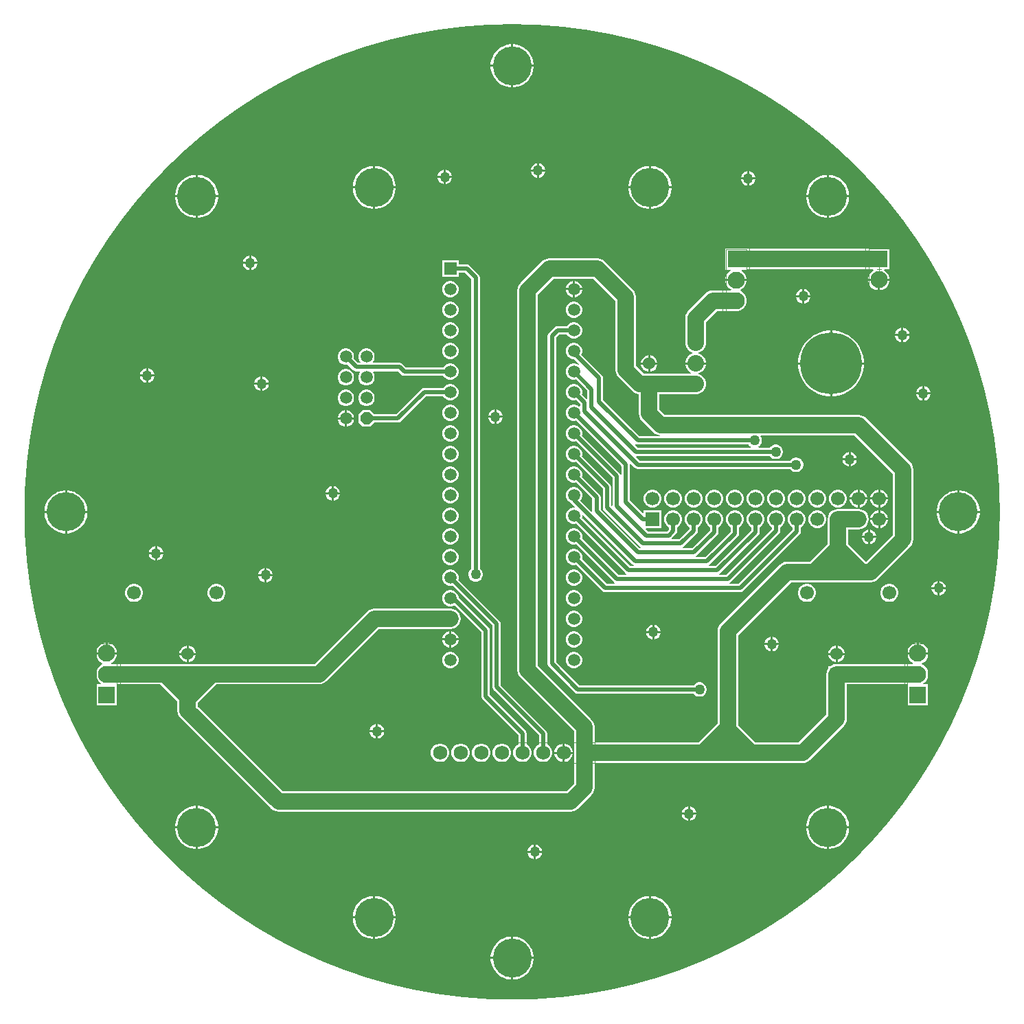
<source format=gbl>
G04*
G04 #@! TF.GenerationSoftware,Altium Limited,CircuitMaker,2.2.1 (6)*
G04*
G04 Layer_Physical_Order=2*
G04 Layer_Color=11436288*
%FSLAX44Y44*%
%MOMM*%
G71*
G04*
G04 #@! TF.SameCoordinates,9E674738-4F13-4C75-B363-8A9F2A517ECE*
G04*
G04*
G04 #@! TF.FilePolarity,Positive*
G04*
G01*
G75*
%ADD10C,0.0500*%
%ADD13C,0.1000*%
%ADD14C,0.2540*%
%ADD15C,0.0000*%
%ADD31C,0.5000*%
%ADD32C,2.0000*%
%ADD33C,1.0000*%
%ADD34C,2.1000*%
%ADD35R,2.1000X2.1000*%
%ADD36C,1.7000*%
%ADD37R,1.7000X1.7000*%
%ADD38C,4.8000*%
%ADD39C,2.0320*%
%ADD40C,7.6200*%
%ADD41C,1.5240*%
%ADD42R,1.5240X1.5240*%
%ADD43C,1.5000*%
%ADD44R,1.5000X1.5000*%
%ADD45R,1.7500X1.7500*%
%ADD46C,1.7500*%
%ADD47P,1.6236X8X202.5*%
%ADD48C,1.2700*%
G36*
X635329Y1199075D02*
X658822Y1197226D01*
X682223Y1194456D01*
X705498Y1190770D01*
X728610Y1186172D01*
X751524Y1180671D01*
X774204Y1174275D01*
X796616Y1166993D01*
X818724Y1158837D01*
X840496Y1149819D01*
X861896Y1139953D01*
X882893Y1129255D01*
X903453Y1117740D01*
X923545Y1105428D01*
X943139Y1092336D01*
X962203Y1078485D01*
X980709Y1063896D01*
X998628Y1048592D01*
X1015933Y1032596D01*
X1032596Y1015933D01*
X1048592Y998628D01*
X1063896Y980709D01*
X1078485Y962203D01*
X1092336Y943139D01*
X1105428Y923545D01*
X1117740Y903453D01*
X1129255Y882893D01*
X1139953Y861896D01*
X1149819Y840496D01*
X1158837Y818724D01*
X1166993Y796616D01*
X1174275Y774204D01*
X1180671Y751524D01*
X1186172Y728610D01*
X1190770Y705498D01*
X1194456Y682223D01*
X1197226Y658822D01*
X1199075Y635329D01*
X1200000Y611782D01*
Y600000D01*
Y588218D01*
X1199075Y564671D01*
X1197226Y541178D01*
X1194456Y517777D01*
X1190770Y494502D01*
X1186172Y471390D01*
X1180671Y448476D01*
X1174275Y425796D01*
X1166993Y403384D01*
X1158837Y381275D01*
X1149819Y359504D01*
X1139953Y338104D01*
X1129255Y317107D01*
X1117740Y296547D01*
X1105428Y276455D01*
X1092336Y256861D01*
X1078485Y237797D01*
X1063896Y219291D01*
X1048592Y201372D01*
X1032596Y184067D01*
X1015933Y167404D01*
X998628Y151409D01*
X980709Y136104D01*
X962203Y121515D01*
X943139Y107664D01*
X923545Y94572D01*
X903453Y82260D01*
X882893Y70745D01*
X861896Y60047D01*
X840496Y50181D01*
X818724Y41163D01*
X796616Y33007D01*
X774204Y25725D01*
X751524Y19329D01*
X728610Y13828D01*
X705498Y9230D01*
X682223Y5544D01*
X658822Y2774D01*
X635329Y925D01*
X611782Y0D01*
X588218D01*
X564671Y925D01*
X541178Y2774D01*
X517777Y5544D01*
X494502Y9230D01*
X471390Y13828D01*
X448476Y19329D01*
X425796Y25725D01*
X403384Y33007D01*
X381275Y41163D01*
X359504Y50181D01*
X338104Y60047D01*
X317107Y70745D01*
X296547Y82260D01*
X276455Y94572D01*
X256861Y107664D01*
X237797Y121515D01*
X219291Y136104D01*
X201372Y151409D01*
X184067Y167404D01*
X167404Y184067D01*
X151409Y201372D01*
X136104Y219291D01*
X121515Y237797D01*
X107664Y256861D01*
X94572Y276455D01*
X82260Y296547D01*
X70745Y317107D01*
X60047Y338104D01*
X50181Y359504D01*
X41163Y381275D01*
X33007Y403384D01*
X25725Y425796D01*
X19329Y448476D01*
X13828Y471390D01*
X9230Y494502D01*
X5544Y517777D01*
X2774Y541178D01*
X925Y564671D01*
X0Y588218D01*
Y600000D01*
Y611782D01*
X925Y635329D01*
X2774Y658822D01*
X5544Y682223D01*
X9230Y705498D01*
X13828Y728610D01*
X19329Y751524D01*
X25725Y774204D01*
X33007Y796616D01*
X41163Y818724D01*
X50181Y840496D01*
X60047Y861896D01*
X70745Y882893D01*
X82260Y903453D01*
X94572Y923545D01*
X107664Y943139D01*
X121515Y962203D01*
X136104Y980709D01*
X151409Y998628D01*
X167404Y1015933D01*
X184067Y1032596D01*
X201372Y1048592D01*
X219291Y1063896D01*
X237797Y1078485D01*
X256861Y1092336D01*
X276455Y1105428D01*
X296547Y1117740D01*
X317107Y1129255D01*
X338104Y1139953D01*
X359504Y1149819D01*
X381275Y1158837D01*
X403384Y1166993D01*
X425796Y1174275D01*
X448476Y1180671D01*
X471390Y1186172D01*
X494502Y1190770D01*
X517777Y1194456D01*
X541178Y1197226D01*
X564671Y1199075D01*
X588218Y1200000D01*
X611782D01*
X635329Y1199075D01*
D02*
G37*
%LPC*%
G36*
X602089Y1176540D02*
X601270D01*
Y1151270D01*
X626540D01*
Y1152089D01*
X625886Y1156215D01*
X624596Y1160188D01*
X622699Y1163910D01*
X620244Y1167290D01*
X617290Y1170244D01*
X613910Y1172699D01*
X610188Y1174596D01*
X606215Y1175887D01*
X602089Y1176540D01*
D02*
G37*
G36*
X598730D02*
X597911D01*
X593785Y1175887D01*
X589812Y1174596D01*
X586090Y1172699D01*
X582710Y1170244D01*
X579756Y1167290D01*
X577301Y1163910D01*
X575404Y1160188D01*
X574114Y1156215D01*
X573460Y1152089D01*
Y1151270D01*
X598730D01*
Y1176540D01*
D02*
G37*
G36*
X626540Y1148730D02*
X601270D01*
Y1123460D01*
X602089D01*
X606215Y1124113D01*
X610188Y1125404D01*
X613910Y1127301D01*
X617290Y1129756D01*
X620244Y1132710D01*
X622699Y1136090D01*
X624596Y1139812D01*
X625886Y1143785D01*
X626540Y1147911D01*
Y1148730D01*
D02*
G37*
G36*
X598730D02*
X573460D01*
Y1147911D01*
X574114Y1143785D01*
X575404Y1139812D01*
X577301Y1136090D01*
X579756Y1132710D01*
X582710Y1129756D01*
X586090Y1127301D01*
X589812Y1125404D01*
X593785Y1124113D01*
X597911Y1123460D01*
X598730D01*
Y1148730D01*
D02*
G37*
G36*
X633270Y1029863D02*
Y1022270D01*
X640863D01*
X640284Y1024431D01*
X639114Y1026459D01*
X637459Y1028114D01*
X635431Y1029284D01*
X633270Y1029863D01*
D02*
G37*
G36*
X630730D02*
X628569Y1029284D01*
X626541Y1028114D01*
X624886Y1026459D01*
X623716Y1024431D01*
X623137Y1022270D01*
X630730D01*
Y1029863D01*
D02*
G37*
G36*
X518270Y1021863D02*
Y1014270D01*
X525863D01*
X525284Y1016431D01*
X524114Y1018459D01*
X522459Y1020114D01*
X520431Y1021284D01*
X518270Y1021863D01*
D02*
G37*
G36*
X515730D02*
X513569Y1021284D01*
X511541Y1020114D01*
X509886Y1018459D01*
X508716Y1016431D01*
X508137Y1014270D01*
X515730D01*
Y1021863D01*
D02*
G37*
G36*
X892270Y1019863D02*
Y1012270D01*
X899863D01*
X899284Y1014431D01*
X898114Y1016459D01*
X896459Y1018114D01*
X894431Y1019284D01*
X892270Y1019863D01*
D02*
G37*
G36*
X889730D02*
X887569Y1019284D01*
X885541Y1018114D01*
X883886Y1016459D01*
X882716Y1014431D01*
X882137Y1012270D01*
X889730D01*
Y1019863D01*
D02*
G37*
G36*
X640863Y1019730D02*
X633270D01*
Y1012137D01*
X635431Y1012716D01*
X637459Y1013886D01*
X639114Y1015541D01*
X640284Y1017569D01*
X640863Y1019730D01*
D02*
G37*
G36*
X630730D02*
X623137D01*
X623716Y1017569D01*
X624886Y1015541D01*
X626541Y1013886D01*
X628569Y1012716D01*
X630730Y1012137D01*
Y1019730D01*
D02*
G37*
G36*
X525863Y1011730D02*
X518270D01*
Y1004137D01*
X520431Y1004716D01*
X522459Y1005886D01*
X524114Y1007541D01*
X525284Y1009569D01*
X525863Y1011730D01*
D02*
G37*
G36*
X515730D02*
X508137D01*
X508716Y1009569D01*
X509886Y1007541D01*
X511541Y1005886D01*
X513569Y1004716D01*
X515730Y1004137D01*
Y1011730D01*
D02*
G37*
G36*
X899863Y1009730D02*
X892270D01*
Y1002137D01*
X894431Y1002716D01*
X896459Y1003886D01*
X898114Y1005541D01*
X899284Y1007569D01*
X899863Y1009730D01*
D02*
G37*
G36*
X889730D02*
X882137D01*
X882716Y1007569D01*
X883886Y1005541D01*
X885541Y1003886D01*
X887569Y1002716D01*
X889730Y1002137D01*
Y1009730D01*
D02*
G37*
G36*
X772089Y1026540D02*
X771270D01*
Y1001270D01*
X796540D01*
Y1002089D01*
X795887Y1006215D01*
X794596Y1010188D01*
X792699Y1013910D01*
X790244Y1017290D01*
X787290Y1020244D01*
X783910Y1022699D01*
X780188Y1024596D01*
X776215Y1025887D01*
X772089Y1026540D01*
D02*
G37*
G36*
X768730D02*
X767911D01*
X763785Y1025887D01*
X759812Y1024596D01*
X756090Y1022699D01*
X752710Y1020244D01*
X749756Y1017290D01*
X747301Y1013910D01*
X745404Y1010188D01*
X744113Y1006215D01*
X743460Y1002089D01*
Y1001270D01*
X768730D01*
Y1026540D01*
D02*
G37*
G36*
X432089D02*
X431270D01*
Y1001270D01*
X456540D01*
Y1002089D01*
X455886Y1006215D01*
X454596Y1010188D01*
X452699Y1013910D01*
X450244Y1017290D01*
X447290Y1020244D01*
X443910Y1022699D01*
X440188Y1024596D01*
X436215Y1025887D01*
X432089Y1026540D01*
D02*
G37*
G36*
X428730D02*
X427911D01*
X423785Y1025887D01*
X419812Y1024596D01*
X416090Y1022699D01*
X412710Y1020244D01*
X409756Y1017290D01*
X407301Y1013910D01*
X405404Y1010188D01*
X404114Y1006215D01*
X403460Y1002089D01*
Y1001270D01*
X428730D01*
Y1026540D01*
D02*
G37*
G36*
X991089Y1015540D02*
X990270D01*
Y990270D01*
X1015540D01*
Y991089D01*
X1014886Y995215D01*
X1013596Y999188D01*
X1011699Y1002910D01*
X1009244Y1006290D01*
X1006290Y1009244D01*
X1002910Y1011699D01*
X999188Y1013596D01*
X995215Y1014886D01*
X991089Y1015540D01*
D02*
G37*
G36*
X987730D02*
X986911D01*
X982785Y1014886D01*
X978812Y1013596D01*
X975090Y1011699D01*
X971710Y1009244D01*
X968756Y1006290D01*
X966301Y1002910D01*
X964404Y999188D01*
X963113Y995215D01*
X962460Y991089D01*
Y990270D01*
X987730D01*
Y1015540D01*
D02*
G37*
G36*
X213089D02*
X212270D01*
Y990270D01*
X237540D01*
Y991089D01*
X236887Y995215D01*
X235596Y999188D01*
X233699Y1002910D01*
X231244Y1006290D01*
X228290Y1009244D01*
X224910Y1011699D01*
X221188Y1013596D01*
X217215Y1014886D01*
X213089Y1015540D01*
D02*
G37*
G36*
X209730D02*
X208911D01*
X204785Y1014886D01*
X200812Y1013596D01*
X197090Y1011699D01*
X193710Y1009244D01*
X190756Y1006290D01*
X188301Y1002910D01*
X186404Y999188D01*
X185114Y995215D01*
X184460Y991089D01*
Y990270D01*
X209730D01*
Y1015540D01*
D02*
G37*
G36*
X796540Y998730D02*
X771270D01*
Y973460D01*
X772089D01*
X776215Y974113D01*
X780188Y975404D01*
X783910Y977301D01*
X787290Y979756D01*
X790244Y982710D01*
X792699Y986090D01*
X794596Y989812D01*
X795887Y993785D01*
X796540Y997911D01*
Y998730D01*
D02*
G37*
G36*
X768730D02*
X743460D01*
Y997911D01*
X744113Y993785D01*
X745404Y989812D01*
X747301Y986090D01*
X749756Y982710D01*
X752710Y979756D01*
X756090Y977301D01*
X759812Y975404D01*
X763785Y974113D01*
X767911Y973460D01*
X768730D01*
Y998730D01*
D02*
G37*
G36*
X456540D02*
X431270D01*
Y973460D01*
X432089D01*
X436215Y974113D01*
X440188Y975404D01*
X443910Y977301D01*
X447290Y979756D01*
X450244Y982710D01*
X452699Y986090D01*
X454596Y989812D01*
X455886Y993785D01*
X456540Y997911D01*
Y998730D01*
D02*
G37*
G36*
X428730D02*
X403460D01*
Y997911D01*
X404114Y993785D01*
X405404Y989812D01*
X407301Y986090D01*
X409756Y982710D01*
X412710Y979756D01*
X416090Y977301D01*
X419812Y975404D01*
X423785Y974113D01*
X427911Y973460D01*
X428730D01*
Y998730D01*
D02*
G37*
G36*
X1015540Y987730D02*
X990270D01*
Y962460D01*
X991089D01*
X995215Y963113D01*
X999188Y964404D01*
X1002910Y966301D01*
X1006290Y968756D01*
X1009244Y971710D01*
X1011699Y975090D01*
X1013596Y978812D01*
X1014886Y982785D01*
X1015540Y986911D01*
Y987730D01*
D02*
G37*
G36*
X987730D02*
X962460D01*
Y986911D01*
X963113Y982785D01*
X964404Y978812D01*
X966301Y975090D01*
X968756Y971710D01*
X971710Y968756D01*
X975090Y966301D01*
X978812Y964404D01*
X982785Y963113D01*
X986911Y962460D01*
X987730D01*
Y987730D01*
D02*
G37*
G36*
X237540D02*
X212270D01*
Y962460D01*
X213089D01*
X217215Y963113D01*
X221188Y964404D01*
X224910Y966301D01*
X228290Y968756D01*
X231244Y971710D01*
X233699Y975090D01*
X235596Y978812D01*
X236887Y982785D01*
X237540Y986911D01*
Y987730D01*
D02*
G37*
G36*
X209730D02*
X184460D01*
Y986911D01*
X185114Y982785D01*
X186404Y978812D01*
X188301Y975090D01*
X190756Y971710D01*
X193710Y968756D01*
X197090Y966301D01*
X200812Y964404D01*
X204785Y963113D01*
X208911Y962460D01*
X209730D01*
Y987730D01*
D02*
G37*
G36*
X1065040Y924840D02*
X1038960D01*
Y924448D01*
X889040D01*
Y924640D01*
X862960D01*
Y898560D01*
X869135D01*
X869475Y897290D01*
X867993Y896435D01*
X865565Y894007D01*
X863849Y891033D01*
X862960Y887717D01*
Y887270D01*
X876000D01*
X889040D01*
Y887717D01*
X888151Y891033D01*
X886435Y894007D01*
X884007Y896435D01*
X882525Y897290D01*
X882866Y898560D01*
X889040D01*
Y899152D01*
X1038960D01*
Y898760D01*
X1045135D01*
X1045475Y897490D01*
X1043993Y896635D01*
X1041565Y894207D01*
X1039849Y891233D01*
X1038960Y887917D01*
Y887470D01*
X1052000D01*
X1065040D01*
Y887917D01*
X1064151Y891233D01*
X1062435Y894207D01*
X1060007Y896635D01*
X1058525Y897490D01*
X1058866Y898760D01*
X1065040D01*
Y924840D01*
D02*
G37*
G36*
X705000Y912648D02*
X705000Y912648D01*
X646000D01*
X646000Y912648D01*
X642726Y912217D01*
X639676Y910954D01*
X637056Y908944D01*
X637056Y908943D01*
X610056Y881944D01*
X608046Y879324D01*
X606783Y876274D01*
X606352Y873000D01*
X606352Y873000D01*
Y405000D01*
X606352Y405000D01*
X606783Y401726D01*
X608046Y398676D01*
X610056Y396056D01*
X676252Y329861D01*
Y303000D01*
Y265139D01*
X666761Y255648D01*
X317239D01*
X212650Y360237D01*
Y364762D01*
X235238Y387351D01*
X361999D01*
X361999Y387351D01*
X365273Y387782D01*
X368323Y389045D01*
X370943Y391055D01*
X435439Y455552D01*
X523800D01*
X527074Y455983D01*
X530124Y457246D01*
X532744Y459256D01*
X534754Y461876D01*
X536017Y464926D01*
X536448Y468200D01*
X536017Y471474D01*
X534754Y474524D01*
X532744Y477144D01*
X530124Y479154D01*
X527074Y480417D01*
X523800Y480848D01*
X430200D01*
X430200Y480848D01*
X426926Y480417D01*
X423876Y479154D01*
X421256Y477144D01*
X356760Y412647D01*
X230007D01*
X230000Y412648D01*
X229993Y412647D01*
X200007D01*
X200001Y412648D01*
X106187D01*
X105847Y413918D01*
X108007Y415165D01*
X110435Y417593D01*
X112151Y420567D01*
X113040Y423883D01*
Y424330D01*
X100000D01*
X86960D01*
Y423883D01*
X87849Y420567D01*
X89565Y417593D01*
X91993Y415165D01*
X94946Y413461D01*
X95018Y413172D01*
Y412428D01*
X94946Y412139D01*
X91993Y410435D01*
X89565Y408007D01*
X87849Y405033D01*
X86960Y401717D01*
Y398283D01*
X87849Y394967D01*
X89565Y391993D01*
X91993Y389565D01*
X93475Y388710D01*
X93134Y387440D01*
X86960D01*
Y361360D01*
X113040D01*
Y387352D01*
X166105D01*
X187353Y366104D01*
Y354999D01*
X187353Y354998D01*
X187784Y351725D01*
X189048Y348674D01*
X191058Y346055D01*
X303056Y234056D01*
X303056Y234056D01*
X305676Y232046D01*
X308726Y230783D01*
X312000Y230352D01*
X312000Y230352D01*
X672000D01*
X672000Y230352D01*
X675274Y230783D01*
X678324Y232046D01*
X680944Y234056D01*
X697843Y250956D01*
X697844Y250956D01*
X699854Y253576D01*
X701117Y256626D01*
X701548Y259900D01*
X701548Y259900D01*
Y290352D01*
X958000D01*
X958000Y290352D01*
X961274Y290783D01*
X964324Y292046D01*
X966944Y294056D01*
X1008945Y336058D01*
X1010955Y338677D01*
X1012219Y341728D01*
X1012650Y345002D01*
X1012650Y345002D01*
Y387351D01*
X1086960D01*
Y361360D01*
X1113040D01*
Y387440D01*
X1106865D01*
X1106525Y388710D01*
X1108007Y389565D01*
X1110435Y391993D01*
X1112151Y394967D01*
X1113040Y398283D01*
Y401717D01*
X1112151Y405033D01*
X1110435Y408007D01*
X1108007Y410435D01*
X1105054Y412139D01*
X1104982Y412428D01*
Y413172D01*
X1105054Y413461D01*
X1108007Y415165D01*
X1110435Y417593D01*
X1112151Y420567D01*
X1113040Y423883D01*
Y424330D01*
X1100000D01*
X1086960D01*
Y423883D01*
X1087849Y420567D01*
X1089565Y417593D01*
X1091993Y415165D01*
X1094155Y413917D01*
X1093815Y412647D01*
X1000002D01*
X996728Y412216D01*
X993678Y410953D01*
X992643Y410159D01*
X989842D01*
Y407358D01*
X989048Y406323D01*
X987784Y403273D01*
X987353Y399999D01*
Y350241D01*
X952761Y315648D01*
X900273D01*
X878648Y337272D01*
Y447761D01*
X944239Y513352D01*
X1001000D01*
X1001000Y513352D01*
X1001000Y513352D01*
X1042000D01*
X1042000Y513352D01*
X1045274Y513783D01*
X1048324Y515046D01*
X1050944Y517056D01*
X1090944Y557056D01*
X1090944Y557056D01*
X1092954Y559676D01*
X1094217Y562726D01*
X1094648Y566000D01*
X1094648Y566000D01*
Y652000D01*
X1094217Y655274D01*
X1092954Y658324D01*
X1090944Y660944D01*
X1090944Y660944D01*
X1035944Y715944D01*
X1033324Y717954D01*
X1030274Y719217D01*
X1027000Y719648D01*
X1027000Y719648D01*
X788239D01*
X781648Y726239D01*
Y744952D01*
X824135D01*
X824328Y744900D01*
X827672D01*
X830902Y745766D01*
X833798Y747438D01*
X836162Y749802D01*
X837834Y752698D01*
X838700Y755928D01*
Y759272D01*
X837834Y762502D01*
X836162Y765398D01*
X833798Y767763D01*
X830902Y769435D01*
X830042Y769665D01*
Y770935D01*
X830902Y771165D01*
X833798Y772838D01*
X836162Y775202D01*
X837834Y778098D01*
X838700Y781328D01*
Y781730D01*
X826000D01*
X813300D01*
Y781328D01*
X814165Y778098D01*
X815837Y775202D01*
X818202Y772838D01*
X820487Y771518D01*
X820147Y770248D01*
X772038D01*
X769000Y770648D01*
X762239D01*
X752648Y780239D01*
Y865000D01*
X752217Y868274D01*
X750954Y871324D01*
X748944Y873944D01*
X748943Y873944D01*
X713944Y908944D01*
X711324Y910954D01*
X708274Y912217D01*
X705000Y912648D01*
D02*
G37*
G36*
X278270Y915863D02*
Y908270D01*
X285863D01*
X285284Y910431D01*
X284114Y912459D01*
X282459Y914114D01*
X280431Y915284D01*
X278270Y915863D01*
D02*
G37*
G36*
X275730D02*
X273569Y915284D01*
X271541Y914114D01*
X269886Y912459D01*
X268716Y910431D01*
X268137Y908270D01*
X275730D01*
Y915863D01*
D02*
G37*
G36*
X285863Y905730D02*
X278270D01*
Y898137D01*
X280431Y898716D01*
X282459Y899886D01*
X284114Y901541D01*
X285284Y903569D01*
X285863Y905730D01*
D02*
G37*
G36*
X275730D02*
X268137D01*
X268716Y903569D01*
X269886Y901541D01*
X271541Y899886D01*
X273569Y898716D01*
X275730Y898137D01*
Y905730D01*
D02*
G37*
G36*
X1065040Y884930D02*
X1053270D01*
Y873160D01*
X1053717D01*
X1057033Y874049D01*
X1060007Y875765D01*
X1062435Y878193D01*
X1064151Y881167D01*
X1065040Y884483D01*
Y884930D01*
D02*
G37*
G36*
X1050730D02*
X1038960D01*
Y884483D01*
X1039849Y881167D01*
X1041565Y878193D01*
X1043993Y875765D01*
X1046967Y874049D01*
X1050283Y873160D01*
X1050730D01*
Y884930D01*
D02*
G37*
G36*
X960270Y874863D02*
Y867270D01*
X967863D01*
X967284Y869431D01*
X966114Y871459D01*
X964459Y873114D01*
X962431Y874284D01*
X960270Y874863D01*
D02*
G37*
G36*
X957730D02*
X955569Y874284D01*
X953541Y873114D01*
X951886Y871459D01*
X950716Y869431D01*
X950137Y867270D01*
X957730D01*
Y874863D01*
D02*
G37*
G36*
X525122Y884640D02*
X522478D01*
X519925Y883956D01*
X517635Y882634D01*
X515766Y880765D01*
X514444Y878475D01*
X513760Y875922D01*
Y873278D01*
X514444Y870725D01*
X515766Y868435D01*
X517635Y866566D01*
X519925Y865244D01*
X522478Y864560D01*
X525122D01*
X527675Y865244D01*
X529965Y866566D01*
X531834Y868435D01*
X533156Y870725D01*
X533840Y873278D01*
Y875922D01*
X533156Y878475D01*
X531834Y880765D01*
X529965Y882634D01*
X527675Y883956D01*
X525122Y884640D01*
D02*
G37*
G36*
X967863Y864730D02*
X960270D01*
Y857137D01*
X962431Y857716D01*
X964459Y858886D01*
X966114Y860541D01*
X967284Y862569D01*
X967863Y864730D01*
D02*
G37*
G36*
X957730D02*
X950137D01*
X950716Y862569D01*
X951886Y860541D01*
X953541Y858886D01*
X955569Y857716D01*
X957730Y857137D01*
Y864730D01*
D02*
G37*
G36*
X889040Y884730D02*
X876000D01*
X862960D01*
Y884283D01*
X863849Y880967D01*
X865565Y877993D01*
X867993Y875565D01*
X870153Y874318D01*
X869813Y873048D01*
X847400D01*
X844126Y872617D01*
X841076Y871354D01*
X838456Y869344D01*
X838456Y869343D01*
X817056Y847944D01*
X815046Y845324D01*
X813783Y842274D01*
X813352Y839000D01*
X813352Y839000D01*
Y810265D01*
X813300Y810072D01*
Y806728D01*
X814165Y803498D01*
X815837Y800602D01*
X818202Y798238D01*
X821098Y796565D01*
X821875Y796357D01*
Y795043D01*
X821098Y794835D01*
X818202Y793163D01*
X815837Y790798D01*
X814165Y787902D01*
X813300Y784672D01*
Y784270D01*
X826000D01*
X838700D01*
Y784672D01*
X837834Y787902D01*
X836162Y790798D01*
X833798Y793163D01*
X830902Y794835D01*
X830125Y795043D01*
Y796357D01*
X830902Y796565D01*
X833798Y798238D01*
X836162Y800602D01*
X837834Y803498D01*
X838700Y806728D01*
Y810072D01*
X838648Y810265D01*
Y833761D01*
X852639Y847752D01*
X872821D01*
X874283Y847360D01*
X877717D01*
X881033Y848249D01*
X884007Y849965D01*
X886435Y852393D01*
X888151Y855367D01*
X889040Y858683D01*
Y862117D01*
X888151Y865433D01*
X886435Y868407D01*
X884007Y870835D01*
X881054Y872539D01*
X880982Y872828D01*
Y873572D01*
X881054Y873861D01*
X884007Y875565D01*
X886435Y877993D01*
X888151Y880967D01*
X889040Y884283D01*
Y884730D01*
D02*
G37*
G36*
X525122Y859240D02*
X522478D01*
X519925Y858556D01*
X517635Y857234D01*
X515766Y855365D01*
X514444Y853075D01*
X513760Y850522D01*
Y847878D01*
X514444Y845325D01*
X515766Y843035D01*
X517635Y841166D01*
X519925Y839844D01*
X522478Y839160D01*
X525122D01*
X527675Y839844D01*
X529965Y841166D01*
X531834Y843035D01*
X533156Y845325D01*
X533840Y847878D01*
Y850522D01*
X533156Y853075D01*
X531834Y855365D01*
X529965Y857234D01*
X527675Y858556D01*
X525122Y859240D01*
D02*
G37*
G36*
X1082270Y826863D02*
Y819270D01*
X1089863D01*
X1089284Y821431D01*
X1088114Y823459D01*
X1086459Y825114D01*
X1084431Y826284D01*
X1082270Y826863D01*
D02*
G37*
G36*
X1079730D02*
X1077569Y826284D01*
X1075541Y825114D01*
X1073886Y823459D01*
X1072716Y821431D01*
X1072137Y819270D01*
X1079730D01*
Y826863D01*
D02*
G37*
G36*
X525122Y833840D02*
X522478D01*
X519925Y833156D01*
X517635Y831834D01*
X515766Y829965D01*
X514444Y827675D01*
X513760Y825122D01*
Y822478D01*
X514444Y819925D01*
X515766Y817635D01*
X517635Y815766D01*
X519925Y814444D01*
X522478Y813760D01*
X525122D01*
X527675Y814444D01*
X529965Y815766D01*
X531834Y817635D01*
X533156Y819925D01*
X533840Y822478D01*
Y825122D01*
X533156Y827675D01*
X531834Y829965D01*
X529965Y831834D01*
X527675Y833156D01*
X525122Y833840D01*
D02*
G37*
G36*
X1089863Y816730D02*
X1082270D01*
Y809137D01*
X1084431Y809716D01*
X1086459Y810886D01*
X1088114Y812541D01*
X1089284Y814569D01*
X1089863Y816730D01*
D02*
G37*
G36*
X1079730D02*
X1072137D01*
X1072716Y814569D01*
X1073886Y812541D01*
X1075541Y810886D01*
X1077569Y809716D01*
X1079730Y809137D01*
Y816730D01*
D02*
G37*
G36*
X525122Y808440D02*
X522478D01*
X519925Y807756D01*
X517635Y806434D01*
X515766Y804565D01*
X514444Y802275D01*
X513760Y799722D01*
Y797078D01*
X514444Y794525D01*
X515766Y792235D01*
X517635Y790366D01*
X519925Y789044D01*
X522478Y788360D01*
X525122D01*
X527675Y789044D01*
X529965Y790366D01*
X531834Y792235D01*
X533156Y794525D01*
X533840Y797078D01*
Y799722D01*
X533156Y802275D01*
X531834Y804565D01*
X529965Y806434D01*
X527675Y807756D01*
X525122Y808440D01*
D02*
G37*
G36*
X770338Y793160D02*
X770270D01*
Y784270D01*
X779160D01*
Y784338D01*
X778468Y786922D01*
X777130Y789239D01*
X775238Y791130D01*
X772922Y792468D01*
X770338Y793160D01*
D02*
G37*
G36*
X767730D02*
X767662D01*
X765078Y792468D01*
X762762Y791130D01*
X760870Y789239D01*
X759532Y786922D01*
X758840Y784338D01*
Y784270D01*
X767730D01*
Y793160D01*
D02*
G37*
G36*
X996330Y823640D02*
X994402D01*
Y784270D01*
X1033772D01*
Y786199D01*
X1032771Y792517D01*
X1030795Y798600D01*
X1027890Y804300D01*
X1024130Y809475D01*
X1019607Y813998D01*
X1014432Y817758D01*
X1008732Y820663D01*
X1002649Y822639D01*
X996330Y823640D01*
D02*
G37*
G36*
X991862D02*
X989934D01*
X983615Y822639D01*
X977532Y820663D01*
X971832Y817758D01*
X966657Y813998D01*
X962133Y809475D01*
X958373Y804300D01*
X955469Y798600D01*
X953493Y792517D01*
X952492Y786199D01*
Y784270D01*
X991862D01*
Y823640D01*
D02*
G37*
G36*
X421722Y801440D02*
X419078D01*
X416525Y800756D01*
X414235Y799434D01*
X412366Y797565D01*
X411044Y795275D01*
X410360Y792722D01*
Y790078D01*
X411044Y787525D01*
X412366Y785235D01*
X412749Y784852D01*
X412263Y783679D01*
X409989D01*
X404733Y788934D01*
X405040Y790078D01*
Y792722D01*
X404356Y795275D01*
X403034Y797565D01*
X401165Y799434D01*
X398875Y800756D01*
X396322Y801440D01*
X393678D01*
X391125Y800756D01*
X388835Y799434D01*
X386966Y797565D01*
X385644Y795275D01*
X384960Y792722D01*
Y790078D01*
X385644Y787525D01*
X386966Y785235D01*
X388835Y783366D01*
X391125Y782044D01*
X393678Y781360D01*
X396322D01*
X397466Y781667D01*
X404226Y774906D01*
X405894Y773792D01*
X407860Y773401D01*
X411943D01*
X412429Y772228D01*
X412366Y772165D01*
X411044Y769875D01*
X410360Y767322D01*
Y764678D01*
X411044Y762125D01*
X412366Y759835D01*
X414235Y757966D01*
X416525Y756644D01*
X419078Y755960D01*
X421722D01*
X424275Y756644D01*
X426565Y757966D01*
X428434Y759835D01*
X429756Y762125D01*
X430440Y764678D01*
Y767322D01*
X429756Y769875D01*
X428434Y772165D01*
X428371Y772228D01*
X428857Y773401D01*
X459332D01*
X463366Y769366D01*
X465033Y768252D01*
X467000Y767861D01*
X515174D01*
X515766Y766835D01*
X517635Y764966D01*
X519925Y763644D01*
X522478Y762960D01*
X525122D01*
X527675Y763644D01*
X529965Y764966D01*
X531834Y766835D01*
X533156Y769125D01*
X533840Y771678D01*
Y774322D01*
X533156Y776875D01*
X531834Y779165D01*
X529965Y781034D01*
X527675Y782356D01*
X525122Y783040D01*
X522478D01*
X519925Y782356D01*
X517635Y781034D01*
X515766Y779165D01*
X515174Y778139D01*
X469128D01*
X465094Y782174D01*
X463427Y783288D01*
X461460Y783679D01*
X428537D01*
X428051Y784852D01*
X428434Y785235D01*
X429756Y787525D01*
X430440Y790078D01*
Y792722D01*
X429756Y795275D01*
X428434Y797565D01*
X426565Y799434D01*
X424275Y800756D01*
X421722Y801440D01*
D02*
G37*
G36*
X779160Y781730D02*
X770270D01*
Y772840D01*
X770338D01*
X772922Y773532D01*
X775238Y774870D01*
X777130Y776762D01*
X778468Y779079D01*
X779160Y781663D01*
Y781730D01*
D02*
G37*
G36*
X767730D02*
X758840D01*
Y781663D01*
X759532Y779079D01*
X760870Y776762D01*
X762762Y774870D01*
X765078Y773532D01*
X767662Y772840D01*
X767730D01*
Y781730D01*
D02*
G37*
G36*
X151270Y776863D02*
Y769270D01*
X158863D01*
X158284Y771431D01*
X157114Y773459D01*
X155459Y775114D01*
X153431Y776284D01*
X151270Y776863D01*
D02*
G37*
G36*
X148730D02*
X146569Y776284D01*
X144541Y775114D01*
X142886Y773459D01*
X141716Y771431D01*
X141137Y769270D01*
X148730D01*
Y776863D01*
D02*
G37*
G36*
X292270Y766863D02*
Y759270D01*
X299863D01*
X299284Y761431D01*
X298114Y763459D01*
X296459Y765114D01*
X294431Y766284D01*
X292270Y766863D01*
D02*
G37*
G36*
X289730D02*
X287569Y766284D01*
X285541Y765114D01*
X283886Y763459D01*
X282716Y761431D01*
X282137Y759270D01*
X289730D01*
Y766863D01*
D02*
G37*
G36*
X158863Y766730D02*
X151270D01*
Y759137D01*
X153431Y759716D01*
X155459Y760886D01*
X157114Y762541D01*
X158284Y764569D01*
X158863Y766730D01*
D02*
G37*
G36*
X148730D02*
X141137D01*
X141716Y764569D01*
X142886Y762541D01*
X144541Y760886D01*
X146569Y759716D01*
X148730Y759137D01*
Y766730D01*
D02*
G37*
G36*
X396322Y776040D02*
X393678D01*
X391125Y775356D01*
X388835Y774034D01*
X386966Y772165D01*
X385644Y769875D01*
X384960Y767322D01*
Y764678D01*
X385644Y762125D01*
X386966Y759835D01*
X388835Y757966D01*
X391125Y756644D01*
X393678Y755960D01*
X396322D01*
X398875Y756644D01*
X401165Y757966D01*
X403034Y759835D01*
X404356Y762125D01*
X405040Y764678D01*
Y767322D01*
X404356Y769875D01*
X403034Y772165D01*
X401165Y774034D01*
X398875Y775356D01*
X396322Y776040D01*
D02*
G37*
G36*
X299863Y756730D02*
X292270D01*
Y749137D01*
X294431Y749716D01*
X296459Y750886D01*
X298114Y752541D01*
X299284Y754569D01*
X299863Y756730D01*
D02*
G37*
G36*
X289730D02*
X282137D01*
X282716Y754569D01*
X283886Y752541D01*
X285541Y750886D01*
X287569Y749716D01*
X289730Y749137D01*
Y756730D01*
D02*
G37*
G36*
X1108270Y754863D02*
Y747270D01*
X1115863D01*
X1115284Y749431D01*
X1114114Y751459D01*
X1112459Y753114D01*
X1110431Y754284D01*
X1108270Y754863D01*
D02*
G37*
G36*
X1105730D02*
X1103569Y754284D01*
X1101541Y753114D01*
X1099886Y751459D01*
X1098716Y749431D01*
X1098137Y747270D01*
X1105730D01*
Y754863D01*
D02*
G37*
G36*
X1033772Y781730D02*
X994402D01*
Y742360D01*
X996330D01*
X1002649Y743361D01*
X1008732Y745337D01*
X1014432Y748242D01*
X1019607Y752001D01*
X1024130Y756525D01*
X1027890Y761700D01*
X1030795Y767400D01*
X1032771Y773483D01*
X1033772Y779802D01*
Y781730D01*
D02*
G37*
G36*
X991862D02*
X952492D01*
Y779802D01*
X953493Y773483D01*
X955469Y767400D01*
X958373Y761700D01*
X962133Y756525D01*
X966657Y752001D01*
X971832Y748242D01*
X977532Y745337D01*
X983615Y743361D01*
X989934Y742360D01*
X991862D01*
Y781730D01*
D02*
G37*
G36*
X525122Y757640D02*
X522478D01*
X519925Y756956D01*
X517635Y755634D01*
X515766Y753765D01*
X515174Y752739D01*
X491600D01*
X489633Y752348D01*
X487966Y751234D01*
X457071Y720339D01*
X430321D01*
X425420Y725240D01*
X415380D01*
X410360Y720220D01*
Y710180D01*
X415380Y705160D01*
X425420D01*
X430321Y710061D01*
X459200D01*
X461166Y710452D01*
X462834Y711566D01*
X493728Y742461D01*
X515174D01*
X515766Y741435D01*
X517635Y739566D01*
X519925Y738244D01*
X522478Y737560D01*
X525122D01*
X527675Y738244D01*
X529965Y739566D01*
X531834Y741435D01*
X533156Y743725D01*
X533840Y746278D01*
Y748922D01*
X533156Y751475D01*
X531834Y753765D01*
X529965Y755634D01*
X527675Y756956D01*
X525122Y757640D01*
D02*
G37*
G36*
X1115863Y744730D02*
X1108270D01*
Y737137D01*
X1110431Y737716D01*
X1112459Y738886D01*
X1114114Y740541D01*
X1115284Y742569D01*
X1115863Y744730D01*
D02*
G37*
G36*
X1105730D02*
X1098137D01*
X1098716Y742569D01*
X1099886Y740541D01*
X1101541Y738886D01*
X1103569Y737716D01*
X1105730Y737137D01*
Y744730D01*
D02*
G37*
G36*
X421722Y750640D02*
X419078D01*
X416525Y749956D01*
X414235Y748634D01*
X412366Y746765D01*
X411044Y744475D01*
X410360Y741922D01*
Y739278D01*
X411044Y736725D01*
X412366Y734435D01*
X414235Y732566D01*
X416525Y731244D01*
X419078Y730560D01*
X421722D01*
X424275Y731244D01*
X426565Y732566D01*
X428434Y734435D01*
X429756Y736725D01*
X430440Y739278D01*
Y741922D01*
X429756Y744475D01*
X428434Y746765D01*
X426565Y748634D01*
X424275Y749956D01*
X421722Y750640D01*
D02*
G37*
G36*
X396322D02*
X393678D01*
X391125Y749956D01*
X388835Y748634D01*
X386966Y746765D01*
X385644Y744475D01*
X384960Y741922D01*
Y739278D01*
X385644Y736725D01*
X386966Y734435D01*
X388835Y732566D01*
X391125Y731244D01*
X393678Y730560D01*
X396322D01*
X398875Y731244D01*
X401165Y732566D01*
X403034Y734435D01*
X404356Y736725D01*
X405040Y739278D01*
Y741922D01*
X404356Y744475D01*
X403034Y746765D01*
X401165Y748634D01*
X398875Y749956D01*
X396322Y750640D01*
D02*
G37*
G36*
X580636Y726176D02*
Y718583D01*
X588229D01*
X587650Y720744D01*
X586479Y722771D01*
X584824Y724426D01*
X582797Y725597D01*
X580636Y726176D01*
D02*
G37*
G36*
X578096D02*
X575934Y725597D01*
X573907Y724426D01*
X572252Y722771D01*
X571082Y720744D01*
X570502Y718583D01*
X578096D01*
Y726176D01*
D02*
G37*
G36*
X396322Y725240D02*
X396270D01*
Y716470D01*
X405040D01*
Y716522D01*
X404356Y719075D01*
X403034Y721365D01*
X401165Y723234D01*
X398875Y724556D01*
X396322Y725240D01*
D02*
G37*
G36*
X393730D02*
X393678D01*
X391125Y724556D01*
X388835Y723234D01*
X386966Y721365D01*
X385644Y719075D01*
X384960Y716522D01*
Y716470D01*
X393730D01*
Y725240D01*
D02*
G37*
G36*
X525122Y732240D02*
X522478D01*
X519925Y731556D01*
X517635Y730234D01*
X515766Y728365D01*
X514444Y726075D01*
X513760Y723522D01*
Y720878D01*
X514444Y718325D01*
X515766Y716035D01*
X517635Y714166D01*
X519925Y712844D01*
X522478Y712160D01*
X525122D01*
X527675Y712844D01*
X529965Y714166D01*
X531834Y716035D01*
X533156Y718325D01*
X533840Y720878D01*
Y723522D01*
X533156Y726075D01*
X531834Y728365D01*
X529965Y730234D01*
X527675Y731556D01*
X525122Y732240D01*
D02*
G37*
G36*
X588229Y716042D02*
X580636D01*
Y708449D01*
X582797Y709028D01*
X584824Y710199D01*
X586479Y711854D01*
X587650Y713881D01*
X588229Y716042D01*
D02*
G37*
G36*
X578096D02*
X570502D01*
X571082Y713881D01*
X572252Y711854D01*
X573907Y710199D01*
X575934Y709028D01*
X578096Y708449D01*
Y716042D01*
D02*
G37*
G36*
X405040Y713930D02*
X396270D01*
Y705160D01*
X396322D01*
X398875Y705844D01*
X401165Y707166D01*
X403034Y709035D01*
X404356Y711325D01*
X405040Y713878D01*
Y713930D01*
D02*
G37*
G36*
X393730D02*
X384960D01*
Y713878D01*
X385644Y711325D01*
X386966Y709035D01*
X388835Y707166D01*
X391125Y705844D01*
X393678Y705160D01*
X393730D01*
Y713930D01*
D02*
G37*
G36*
X525122Y706840D02*
X522478D01*
X519925Y706156D01*
X517635Y704834D01*
X515766Y702965D01*
X514444Y700675D01*
X513760Y698122D01*
Y695478D01*
X514444Y692925D01*
X515766Y690635D01*
X517635Y688766D01*
X519925Y687444D01*
X522478Y686760D01*
X525122D01*
X527675Y687444D01*
X529965Y688766D01*
X531834Y690635D01*
X533156Y692925D01*
X533840Y695478D01*
Y698122D01*
X533156Y700675D01*
X531834Y702965D01*
X529965Y704834D01*
X527675Y706156D01*
X525122Y706840D01*
D02*
G37*
G36*
Y681440D02*
X522478D01*
X519925Y680756D01*
X517635Y679434D01*
X515766Y677565D01*
X514444Y675275D01*
X513760Y672722D01*
Y670078D01*
X514444Y667525D01*
X515766Y665235D01*
X517635Y663366D01*
X519925Y662044D01*
X522478Y661360D01*
X525122D01*
X527675Y662044D01*
X529965Y663366D01*
X531834Y665235D01*
X533156Y667525D01*
X533840Y670078D01*
Y672722D01*
X533156Y675275D01*
X531834Y677565D01*
X529965Y679434D01*
X527675Y680756D01*
X525122Y681440D01*
D02*
G37*
G36*
Y656040D02*
X522478D01*
X519925Y655356D01*
X517635Y654034D01*
X515766Y652165D01*
X514444Y649875D01*
X513760Y647322D01*
Y644678D01*
X514444Y642125D01*
X515766Y639835D01*
X517635Y637966D01*
X519925Y636644D01*
X522478Y635960D01*
X525122D01*
X527675Y636644D01*
X529965Y637966D01*
X531834Y639835D01*
X533156Y642125D01*
X533840Y644678D01*
Y647322D01*
X533156Y649875D01*
X531834Y652165D01*
X529965Y654034D01*
X527675Y655356D01*
X525122Y656040D01*
D02*
G37*
G36*
X380270Y631863D02*
Y624270D01*
X387863D01*
X387284Y626431D01*
X386114Y628459D01*
X384459Y630114D01*
X382431Y631284D01*
X380270Y631863D01*
D02*
G37*
G36*
X377730D02*
X375569Y631284D01*
X373541Y630114D01*
X371886Y628459D01*
X370716Y626431D01*
X370137Y624270D01*
X377730D01*
Y631863D01*
D02*
G37*
G36*
X387863Y621730D02*
X380270D01*
Y614137D01*
X382431Y614716D01*
X384459Y615886D01*
X386114Y617541D01*
X387284Y619569D01*
X387863Y621730D01*
D02*
G37*
G36*
X377730D02*
X370137D01*
X370716Y619569D01*
X371886Y617541D01*
X373541Y615886D01*
X375569Y614716D01*
X377730Y614137D01*
Y621730D01*
D02*
G37*
G36*
X525122Y630640D02*
X522478D01*
X519925Y629956D01*
X517635Y628634D01*
X515766Y626765D01*
X514444Y624475D01*
X513760Y621922D01*
Y619278D01*
X514444Y616725D01*
X515766Y614435D01*
X517635Y612566D01*
X519925Y611244D01*
X522478Y610560D01*
X525122D01*
X527675Y611244D01*
X529965Y612566D01*
X531834Y614435D01*
X533156Y616725D01*
X533840Y619278D01*
Y621922D01*
X533156Y624475D01*
X531834Y626765D01*
X529965Y628634D01*
X527675Y629956D01*
X525122Y630640D01*
D02*
G37*
G36*
X1152089Y626540D02*
X1151270D01*
Y601270D01*
X1176540D01*
Y602089D01*
X1175887Y606215D01*
X1174596Y610188D01*
X1172699Y613910D01*
X1170244Y617290D01*
X1167290Y620244D01*
X1163910Y622699D01*
X1160188Y624596D01*
X1156215Y625886D01*
X1152089Y626540D01*
D02*
G37*
G36*
X1148730D02*
X1147911D01*
X1143785Y625886D01*
X1139812Y624596D01*
X1136090Y622699D01*
X1132710Y620244D01*
X1129756Y617290D01*
X1127301Y613910D01*
X1125404Y610188D01*
X1124113Y606215D01*
X1123460Y602089D01*
Y601270D01*
X1148730D01*
Y626540D01*
D02*
G37*
G36*
X52089D02*
X51270D01*
Y601270D01*
X76540D01*
Y602089D01*
X75887Y606215D01*
X74596Y610188D01*
X72699Y613910D01*
X70244Y617290D01*
X67290Y620244D01*
X63910Y622699D01*
X60188Y624596D01*
X56215Y625886D01*
X52089Y626540D01*
D02*
G37*
G36*
X48730D02*
X47911D01*
X43785Y625886D01*
X39812Y624596D01*
X36090Y622699D01*
X32710Y620244D01*
X29756Y617290D01*
X27301Y613910D01*
X25404Y610188D01*
X24114Y606215D01*
X23460Y602089D01*
Y601270D01*
X48730D01*
Y626540D01*
D02*
G37*
G36*
X525122Y605240D02*
X522478D01*
X519925Y604556D01*
X517635Y603234D01*
X515766Y601365D01*
X514444Y599075D01*
X513760Y596522D01*
Y593878D01*
X514444Y591325D01*
X515766Y589035D01*
X517635Y587166D01*
X519925Y585844D01*
X522478Y585160D01*
X525122D01*
X527675Y585844D01*
X529965Y587166D01*
X531834Y589035D01*
X533156Y591325D01*
X533840Y593878D01*
Y596522D01*
X533156Y599075D01*
X531834Y601365D01*
X529965Y603234D01*
X527675Y604556D01*
X525122Y605240D01*
D02*
G37*
G36*
X1176540Y598730D02*
X1151270D01*
Y573460D01*
X1152089D01*
X1156215Y574114D01*
X1160188Y575404D01*
X1163910Y577301D01*
X1167290Y579756D01*
X1170244Y582710D01*
X1172699Y586090D01*
X1174596Y589812D01*
X1175887Y593785D01*
X1176540Y597911D01*
Y598730D01*
D02*
G37*
G36*
X1148730D02*
X1123460D01*
Y597911D01*
X1124113Y593785D01*
X1125404Y589812D01*
X1127301Y586090D01*
X1129756Y582710D01*
X1132710Y579756D01*
X1136090Y577301D01*
X1139812Y575404D01*
X1143785Y574114D01*
X1147911Y573460D01*
X1148730D01*
Y598730D01*
D02*
G37*
G36*
X76540D02*
X51270D01*
Y573460D01*
X52089D01*
X56215Y574114D01*
X60188Y575404D01*
X63910Y577301D01*
X67290Y579756D01*
X70244Y582710D01*
X72699Y586090D01*
X74596Y589812D01*
X75887Y593785D01*
X76540Y597911D01*
Y598730D01*
D02*
G37*
G36*
X48730D02*
X23460D01*
Y597911D01*
X24114Y593785D01*
X25404Y589812D01*
X27301Y586090D01*
X29756Y582710D01*
X32710Y579756D01*
X36090Y577301D01*
X39812Y575404D01*
X43785Y574114D01*
X47911Y573460D01*
X48730D01*
Y598730D01*
D02*
G37*
G36*
X525122Y579840D02*
X522478D01*
X519925Y579156D01*
X517635Y577834D01*
X515766Y575965D01*
X514444Y573675D01*
X513760Y571122D01*
Y568478D01*
X514444Y565925D01*
X515766Y563635D01*
X517635Y561766D01*
X519925Y560444D01*
X522478Y559760D01*
X525122D01*
X527675Y560444D01*
X529965Y561766D01*
X531834Y563635D01*
X533156Y565925D01*
X533840Y568478D01*
Y571122D01*
X533156Y573675D01*
X531834Y575965D01*
X529965Y577834D01*
X527675Y579156D01*
X525122Y579840D01*
D02*
G37*
G36*
X162270Y557863D02*
Y550270D01*
X169863D01*
X169284Y552431D01*
X168114Y554459D01*
X166459Y556114D01*
X164431Y557284D01*
X162270Y557863D01*
D02*
G37*
G36*
X159730D02*
X157569Y557284D01*
X155541Y556114D01*
X153886Y554459D01*
X152716Y552431D01*
X152137Y550270D01*
X159730D01*
Y557863D01*
D02*
G37*
G36*
X169863Y547730D02*
X162270D01*
Y540137D01*
X164431Y540716D01*
X166459Y541886D01*
X168114Y543541D01*
X169284Y545569D01*
X169863Y547730D01*
D02*
G37*
G36*
X159730D02*
X152137D01*
X152716Y545569D01*
X153886Y543541D01*
X155541Y541886D01*
X157569Y540716D01*
X159730Y540137D01*
Y547730D01*
D02*
G37*
G36*
X525122Y554440D02*
X522478D01*
X519925Y553756D01*
X517635Y552434D01*
X515766Y550565D01*
X514444Y548275D01*
X513760Y545722D01*
Y543078D01*
X514444Y540525D01*
X515766Y538235D01*
X517635Y536366D01*
X519925Y535044D01*
X522478Y534360D01*
X525122D01*
X527675Y535044D01*
X529965Y536366D01*
X531834Y538235D01*
X533156Y540525D01*
X533840Y543078D01*
Y545722D01*
X533156Y548275D01*
X531834Y550565D01*
X529965Y552434D01*
X527675Y553756D01*
X525122Y554440D01*
D02*
G37*
G36*
X297270Y530863D02*
Y523270D01*
X304863D01*
X304284Y525431D01*
X303114Y527459D01*
X301459Y529114D01*
X299431Y530284D01*
X297270Y530863D01*
D02*
G37*
G36*
X294730D02*
X292569Y530284D01*
X290541Y529114D01*
X288886Y527459D01*
X287716Y525431D01*
X287137Y523270D01*
X294730D01*
Y530863D01*
D02*
G37*
G36*
X533840Y910040D02*
X513760D01*
Y889960D01*
X533840D01*
Y894861D01*
X541871D01*
X549861Y886871D01*
Y530299D01*
X549541Y530114D01*
X547886Y528459D01*
X546716Y526431D01*
X546110Y524170D01*
Y521830D01*
X546716Y519569D01*
X547886Y517541D01*
X549541Y515886D01*
X551569Y514716D01*
X553830Y514110D01*
X556170D01*
X558431Y514716D01*
X560459Y515886D01*
X562114Y517541D01*
X563284Y519569D01*
X563890Y521830D01*
Y524170D01*
X563284Y526431D01*
X562114Y528459D01*
X560459Y530114D01*
X560139Y530299D01*
Y889000D01*
X559748Y890966D01*
X558634Y892634D01*
X547634Y903634D01*
X545966Y904748D01*
X544000Y905139D01*
X533840D01*
Y910040D01*
D02*
G37*
G36*
X304863Y520730D02*
X297270D01*
Y513137D01*
X299431Y513716D01*
X301459Y514886D01*
X303114Y516541D01*
X304284Y518569D01*
X304863Y520730D01*
D02*
G37*
G36*
X294730D02*
X287137D01*
X287716Y518569D01*
X288886Y516541D01*
X290541Y514886D01*
X292569Y513716D01*
X294730Y513137D01*
Y520730D01*
D02*
G37*
G36*
X1127270Y514863D02*
Y507270D01*
X1134863D01*
X1134284Y509431D01*
X1133114Y511459D01*
X1131459Y513114D01*
X1129431Y514284D01*
X1127270Y514863D01*
D02*
G37*
G36*
X1124730D02*
X1122569Y514284D01*
X1120541Y513114D01*
X1118886Y511459D01*
X1117716Y509431D01*
X1117137Y507270D01*
X1124730D01*
Y514863D01*
D02*
G37*
G36*
X1134863Y504730D02*
X1127270D01*
Y497137D01*
X1129431Y497716D01*
X1131459Y498886D01*
X1133114Y500541D01*
X1134284Y502569D01*
X1134863Y504730D01*
D02*
G37*
G36*
X1124730D02*
X1117137D01*
X1117716Y502569D01*
X1118886Y500541D01*
X1120541Y498886D01*
X1122569Y497716D01*
X1124730Y497137D01*
Y504730D01*
D02*
G37*
G36*
X1066453Y511040D02*
X1063547D01*
X1060739Y510288D01*
X1058221Y508834D01*
X1056166Y506779D01*
X1054712Y504261D01*
X1053960Y501453D01*
Y498547D01*
X1054712Y495739D01*
X1056166Y493221D01*
X1058221Y491166D01*
X1060739Y489712D01*
X1063547Y488960D01*
X1066453D01*
X1069261Y489712D01*
X1071779Y491166D01*
X1073834Y493221D01*
X1075288Y495739D01*
X1076040Y498547D01*
Y501453D01*
X1075288Y504261D01*
X1073834Y506779D01*
X1071779Y508834D01*
X1069261Y510288D01*
X1066453Y511040D01*
D02*
G37*
G36*
X964853D02*
X961947D01*
X959139Y510288D01*
X956621Y508834D01*
X954566Y506779D01*
X953112Y504261D01*
X952360Y501453D01*
Y498547D01*
X953112Y495739D01*
X954566Y493221D01*
X956621Y491166D01*
X959139Y489712D01*
X961947Y488960D01*
X964853D01*
X967661Y489712D01*
X970179Y491166D01*
X972234Y493221D01*
X973688Y495739D01*
X974440Y498547D01*
Y501453D01*
X973688Y504261D01*
X972234Y506779D01*
X970179Y508834D01*
X967661Y510288D01*
X964853Y511040D01*
D02*
G37*
G36*
X237054D02*
X234147D01*
X231339Y510288D01*
X228821Y508834D01*
X226766Y506779D01*
X225312Y504261D01*
X224560Y501453D01*
Y498547D01*
X225312Y495739D01*
X226766Y493221D01*
X228821Y491166D01*
X231339Y489712D01*
X234147Y488960D01*
X237054D01*
X239861Y489712D01*
X242379Y491166D01*
X244434Y493221D01*
X245888Y495739D01*
X246640Y498547D01*
Y501453D01*
X245888Y504261D01*
X244434Y506779D01*
X242379Y508834D01*
X239861Y510288D01*
X237054Y511040D01*
D02*
G37*
G36*
X135454D02*
X132547D01*
X129739Y510288D01*
X127221Y508834D01*
X125166Y506779D01*
X123712Y504261D01*
X122960Y501453D01*
Y498547D01*
X123712Y495739D01*
X125166Y493221D01*
X127221Y491166D01*
X129739Y489712D01*
X132547Y488960D01*
X135454D01*
X138261Y489712D01*
X140779Y491166D01*
X142834Y493221D01*
X144288Y495739D01*
X145040Y498547D01*
Y501453D01*
X144288Y504261D01*
X142834Y506779D01*
X140779Y508834D01*
X138261Y510288D01*
X135454Y511040D01*
D02*
G37*
G36*
X525122Y452840D02*
X525070D01*
Y444070D01*
X533840D01*
Y444122D01*
X533156Y446675D01*
X531834Y448965D01*
X529965Y450834D01*
X527675Y452156D01*
X525122Y452840D01*
D02*
G37*
G36*
X522530D02*
X522478D01*
X519925Y452156D01*
X517635Y450834D01*
X515766Y448965D01*
X514444Y446675D01*
X513760Y444122D01*
Y444070D01*
X522530D01*
Y452840D01*
D02*
G37*
G36*
X921270Y445863D02*
Y438270D01*
X928863D01*
X928284Y440431D01*
X927114Y442459D01*
X925459Y444114D01*
X923431Y445284D01*
X921270Y445863D01*
D02*
G37*
G36*
X918730D02*
X916569Y445284D01*
X914541Y444114D01*
X912886Y442459D01*
X911716Y440431D01*
X911137Y438270D01*
X918730D01*
Y445863D01*
D02*
G37*
G36*
X533840Y441530D02*
X525070D01*
Y432760D01*
X525122D01*
X527675Y433444D01*
X529965Y434766D01*
X531834Y436635D01*
X533156Y438925D01*
X533840Y441478D01*
Y441530D01*
D02*
G37*
G36*
X522530D02*
X513760D01*
Y441478D01*
X514444Y438925D01*
X515766Y436635D01*
X517635Y434766D01*
X519925Y433444D01*
X522478Y432760D01*
X522530D01*
Y441530D01*
D02*
G37*
G36*
X928863Y435730D02*
X921270D01*
Y428137D01*
X923431Y428716D01*
X925459Y429886D01*
X927114Y431541D01*
X928284Y433569D01*
X928863Y435730D01*
D02*
G37*
G36*
X918730D02*
X911137D01*
X911716Y433569D01*
X912886Y431541D01*
X914541Y429886D01*
X916569Y428716D01*
X918730Y428137D01*
Y435730D01*
D02*
G37*
G36*
X101717Y438640D02*
X101270D01*
Y426870D01*
X113040D01*
Y427317D01*
X112151Y430633D01*
X110435Y433607D01*
X108007Y436035D01*
X105033Y437751D01*
X101717Y438640D01*
D02*
G37*
G36*
X98730D02*
X98283D01*
X94967Y437751D01*
X91993Y436035D01*
X89565Y433607D01*
X87849Y430633D01*
X86960Y427317D01*
Y426870D01*
X98730D01*
Y438640D01*
D02*
G37*
G36*
X1101717D02*
X1101270D01*
Y426870D01*
X1113040D01*
Y427317D01*
X1112151Y430633D01*
X1110435Y433607D01*
X1108007Y436035D01*
X1105033Y437751D01*
X1101717Y438640D01*
D02*
G37*
G36*
X1098730D02*
X1098283D01*
X1094967Y437751D01*
X1091993Y436035D01*
X1089565Y433607D01*
X1087849Y430633D01*
X1086960Y427317D01*
Y426870D01*
X1098730D01*
Y438640D01*
D02*
G37*
G36*
X201339Y435159D02*
X201272D01*
Y426269D01*
X210162D01*
Y426337D01*
X209469Y428921D01*
X208132Y431238D01*
X206240Y433129D01*
X203923Y434467D01*
X201339Y435159D01*
D02*
G37*
G36*
X198732D02*
X198664D01*
X196080Y434467D01*
X193763Y433129D01*
X191872Y431238D01*
X190534Y428921D01*
X189842Y426337D01*
Y426269D01*
X198732D01*
Y435159D01*
D02*
G37*
G36*
X1001339D02*
X1001272D01*
Y426269D01*
X1010162D01*
Y426337D01*
X1009469Y428921D01*
X1008132Y431238D01*
X1006240Y433129D01*
X1003923Y434467D01*
X1001339Y435159D01*
D02*
G37*
G36*
X998732D02*
X998664D01*
X996080Y434467D01*
X993763Y433129D01*
X991872Y431238D01*
X990534Y428921D01*
X989842Y426337D01*
Y426269D01*
X998732D01*
Y435159D01*
D02*
G37*
G36*
X1010162Y423729D02*
X1001272D01*
Y414839D01*
X1001339D01*
X1003923Y415532D01*
X1006240Y416869D01*
X1008132Y418761D01*
X1009469Y421078D01*
X1010162Y423662D01*
Y423729D01*
D02*
G37*
G36*
X998732D02*
X989842D01*
Y423662D01*
X990534Y421078D01*
X991872Y418761D01*
X993763Y416869D01*
X996080Y415532D01*
X998664Y414839D01*
X998732D01*
Y423729D01*
D02*
G37*
G36*
X210162Y423729D02*
X201272D01*
Y414839D01*
X201339D01*
X203923Y415532D01*
X206240Y416869D01*
X208132Y418761D01*
X209469Y421078D01*
X210162Y423662D01*
Y423729D01*
D02*
G37*
G36*
X198732D02*
X189842D01*
Y423662D01*
X190534Y421078D01*
X191872Y418761D01*
X193763Y416869D01*
X196080Y415532D01*
X198664Y414839D01*
X198732D01*
Y423729D01*
D02*
G37*
G36*
X525122Y427440D02*
X522478D01*
X519925Y426756D01*
X517635Y425434D01*
X515766Y423565D01*
X514444Y421275D01*
X513760Y418722D01*
Y416078D01*
X514444Y413525D01*
X515766Y411235D01*
X517635Y409366D01*
X519925Y408044D01*
X522478Y407360D01*
X525122D01*
X527675Y408044D01*
X529965Y409366D01*
X531834Y411235D01*
X533156Y413525D01*
X533840Y416078D01*
Y418722D01*
X533156Y421275D01*
X531834Y423565D01*
X529965Y425434D01*
X527675Y426756D01*
X525122Y427440D01*
D02*
G37*
G36*
X434610Y338419D02*
Y330826D01*
X442203D01*
X441624Y332987D01*
X440454Y335014D01*
X438799Y336670D01*
X436772Y337840D01*
X434610Y338419D01*
D02*
G37*
G36*
X432070D02*
X429909Y337840D01*
X427882Y336670D01*
X426226Y335014D01*
X425056Y332987D01*
X424477Y330826D01*
X432070D01*
Y338419D01*
D02*
G37*
G36*
X442203Y328286D02*
X434610D01*
Y320692D01*
X436772Y321272D01*
X438799Y322442D01*
X440454Y324097D01*
X441624Y326124D01*
X442203Y328286D01*
D02*
G37*
G36*
X432070D02*
X424477D01*
X425056Y326124D01*
X426226Y324097D01*
X427882Y322442D01*
X429909Y321272D01*
X432070Y320692D01*
Y328286D01*
D02*
G37*
G36*
X664986Y314290D02*
X664770D01*
Y304270D01*
X674790D01*
Y304486D01*
X674021Y307358D01*
X672534Y309932D01*
X670432Y312034D01*
X667858Y313521D01*
X664986Y314290D01*
D02*
G37*
G36*
X662230D02*
X662014D01*
X659142Y313521D01*
X656568Y312034D01*
X654466Y309932D01*
X652979Y307358D01*
X652210Y304486D01*
Y304270D01*
X662230D01*
Y314290D01*
D02*
G37*
G36*
X674790Y301730D02*
X664770D01*
Y291710D01*
X664986D01*
X667858Y292479D01*
X670432Y293966D01*
X672534Y296068D01*
X674021Y298642D01*
X674790Y301514D01*
Y301730D01*
D02*
G37*
G36*
X662230D02*
X652210D01*
Y301514D01*
X652979Y298642D01*
X654466Y296068D01*
X656568Y293966D01*
X659142Y292479D01*
X662014Y291710D01*
X662230D01*
Y301730D01*
D02*
G37*
G36*
X525122Y529040D02*
X522478D01*
X519925Y528356D01*
X517635Y527034D01*
X515766Y525165D01*
X514444Y522875D01*
X513760Y520322D01*
Y517678D01*
X514444Y515125D01*
X515766Y512835D01*
X517635Y510966D01*
X519925Y509644D01*
X522478Y508960D01*
X525122D01*
X526266Y509267D01*
X575811Y459721D01*
Y384050D01*
X576202Y382084D01*
X577316Y380416D01*
X632961Y324771D01*
Y313070D01*
X631168Y312034D01*
X629066Y309932D01*
X627579Y307358D01*
X626810Y304486D01*
Y301514D01*
X627579Y298642D01*
X629066Y296068D01*
X631168Y293966D01*
X633742Y292479D01*
X636614Y291710D01*
X639586D01*
X642458Y292479D01*
X645032Y293966D01*
X647134Y296068D01*
X648621Y298642D01*
X649390Y301514D01*
Y304486D01*
X648621Y307358D01*
X647134Y309932D01*
X645032Y312034D01*
X643239Y313070D01*
Y326900D01*
X642848Y328867D01*
X641734Y330534D01*
X586089Y386179D01*
Y461850D01*
X585698Y463816D01*
X584584Y465484D01*
X533533Y516534D01*
X533840Y517678D01*
Y520322D01*
X533156Y522875D01*
X531834Y525165D01*
X529965Y527034D01*
X527675Y528356D01*
X525122Y529040D01*
D02*
G37*
G36*
Y503640D02*
X522478D01*
X519925Y502956D01*
X517635Y501634D01*
X515766Y499765D01*
X514444Y497475D01*
X513760Y494922D01*
Y492278D01*
X514444Y489725D01*
X515766Y487435D01*
X517635Y485566D01*
X519925Y484244D01*
X522478Y483560D01*
X525122D01*
X527675Y484244D01*
X528825Y484908D01*
X562361Y451371D01*
Y372200D01*
X562752Y370233D01*
X563866Y368566D01*
X607561Y324871D01*
Y313070D01*
X605768Y312034D01*
X603666Y309932D01*
X602179Y307358D01*
X601410Y304486D01*
Y301514D01*
X602179Y298642D01*
X603666Y296068D01*
X605768Y293966D01*
X608342Y292479D01*
X611214Y291710D01*
X614186D01*
X617058Y292479D01*
X619632Y293966D01*
X621734Y296068D01*
X623221Y298642D01*
X623990Y301514D01*
Y304486D01*
X623221Y307358D01*
X621734Y309932D01*
X619632Y312034D01*
X617839Y313070D01*
Y327000D01*
X617448Y328966D01*
X616334Y330634D01*
X572639Y374328D01*
Y453500D01*
X572248Y455466D01*
X571134Y457134D01*
X533840Y494427D01*
Y494922D01*
X533156Y497475D01*
X531834Y499765D01*
X529965Y501634D01*
X527675Y502956D01*
X525122Y503640D01*
D02*
G37*
G36*
X588786Y314290D02*
X585814D01*
X582942Y313521D01*
X580368Y312034D01*
X578266Y309932D01*
X576779Y307358D01*
X576010Y304486D01*
Y301514D01*
X576779Y298642D01*
X578266Y296068D01*
X580368Y293966D01*
X582942Y292479D01*
X585814Y291710D01*
X588786D01*
X591658Y292479D01*
X594232Y293966D01*
X596334Y296068D01*
X597821Y298642D01*
X598590Y301514D01*
Y304486D01*
X597821Y307358D01*
X596334Y309932D01*
X594232Y312034D01*
X591658Y313521D01*
X588786Y314290D01*
D02*
G37*
G36*
X563386D02*
X560414D01*
X557542Y313521D01*
X554968Y312034D01*
X552866Y309932D01*
X551379Y307358D01*
X550610Y304486D01*
Y301514D01*
X551379Y298642D01*
X552866Y296068D01*
X554968Y293966D01*
X557542Y292479D01*
X560414Y291710D01*
X563386D01*
X566258Y292479D01*
X568832Y293966D01*
X570934Y296068D01*
X572421Y298642D01*
X573190Y301514D01*
Y304486D01*
X572421Y307358D01*
X570934Y309932D01*
X568832Y312034D01*
X566258Y313521D01*
X563386Y314290D01*
D02*
G37*
G36*
X537986D02*
X535014D01*
X532142Y313521D01*
X529568Y312034D01*
X527466Y309932D01*
X525979Y307358D01*
X525210Y304486D01*
Y301514D01*
X525979Y298642D01*
X527466Y296068D01*
X529568Y293966D01*
X532142Y292479D01*
X535014Y291710D01*
X537986D01*
X540858Y292479D01*
X543432Y293966D01*
X545534Y296068D01*
X547021Y298642D01*
X547790Y301514D01*
Y304486D01*
X547021Y307358D01*
X545534Y309932D01*
X543432Y312034D01*
X540858Y313521D01*
X537986Y314290D01*
D02*
G37*
G36*
X512586D02*
X509614D01*
X506742Y313521D01*
X504168Y312034D01*
X502066Y309932D01*
X500579Y307358D01*
X499810Y304486D01*
Y301514D01*
X500579Y298642D01*
X502066Y296068D01*
X504168Y293966D01*
X506742Y292479D01*
X509614Y291710D01*
X512586D01*
X515458Y292479D01*
X518032Y293966D01*
X520134Y296068D01*
X521621Y298642D01*
X522390Y301514D01*
Y304486D01*
X521621Y307358D01*
X520134Y309932D01*
X518032Y312034D01*
X515458Y313521D01*
X512586Y314290D01*
D02*
G37*
G36*
X819270Y236863D02*
Y229270D01*
X826863D01*
X826284Y231431D01*
X825114Y233459D01*
X823459Y235114D01*
X821431Y236284D01*
X819270Y236863D01*
D02*
G37*
G36*
X816730D02*
X814569Y236284D01*
X812541Y235114D01*
X810886Y233459D01*
X809716Y231431D01*
X809137Y229270D01*
X816730D01*
Y236863D01*
D02*
G37*
G36*
X826863Y226730D02*
X819270D01*
Y219137D01*
X821431Y219716D01*
X823459Y220886D01*
X825114Y222541D01*
X826284Y224569D01*
X826863Y226730D01*
D02*
G37*
G36*
X816730D02*
X809137D01*
X809716Y224569D01*
X810886Y222541D01*
X812541Y220886D01*
X814569Y219716D01*
X816730Y219137D01*
Y226730D01*
D02*
G37*
G36*
X991089Y237540D02*
X990270D01*
Y212270D01*
X1015540D01*
Y213089D01*
X1014886Y217215D01*
X1013596Y221188D01*
X1011699Y224910D01*
X1009244Y228290D01*
X1006290Y231244D01*
X1002910Y233699D01*
X999188Y235596D01*
X995215Y236887D01*
X991089Y237540D01*
D02*
G37*
G36*
X987730D02*
X986911D01*
X982785Y236887D01*
X978812Y235596D01*
X975090Y233699D01*
X971710Y231244D01*
X968756Y228290D01*
X966301Y224910D01*
X964404Y221188D01*
X963113Y217215D01*
X962460Y213089D01*
Y212270D01*
X987730D01*
Y237540D01*
D02*
G37*
G36*
X213089D02*
X212270D01*
Y212270D01*
X237540D01*
Y213089D01*
X236887Y217215D01*
X235596Y221188D01*
X233699Y224910D01*
X231244Y228290D01*
X228290Y231244D01*
X224910Y233699D01*
X221188Y235596D01*
X217215Y236887D01*
X213089Y237540D01*
D02*
G37*
G36*
X209730D02*
X208911D01*
X204785Y236887D01*
X200812Y235596D01*
X197090Y233699D01*
X193710Y231244D01*
X190756Y228290D01*
X188301Y224910D01*
X186404Y221188D01*
X185114Y217215D01*
X184460Y213089D01*
Y212270D01*
X209730D01*
Y237540D01*
D02*
G37*
G36*
X1015540Y209730D02*
X990270D01*
Y184460D01*
X991089D01*
X995215Y185114D01*
X999188Y186404D01*
X1002910Y188301D01*
X1006290Y190756D01*
X1009244Y193710D01*
X1011699Y197090D01*
X1013596Y200812D01*
X1014886Y204785D01*
X1015540Y208911D01*
Y209730D01*
D02*
G37*
G36*
X987730D02*
X962460D01*
Y208911D01*
X963113Y204785D01*
X964404Y200812D01*
X966301Y197090D01*
X968756Y193710D01*
X971710Y190756D01*
X975090Y188301D01*
X978812Y186404D01*
X982785Y185114D01*
X986911Y184460D01*
X987730D01*
Y209730D01*
D02*
G37*
G36*
X237540D02*
X212270D01*
Y184460D01*
X213089D01*
X217215Y185114D01*
X221188Y186404D01*
X224910Y188301D01*
X228290Y190756D01*
X231244Y193710D01*
X233699Y197090D01*
X235596Y200812D01*
X236887Y204785D01*
X237540Y208911D01*
Y209730D01*
D02*
G37*
G36*
X209730D02*
X184460D01*
Y208911D01*
X185114Y204785D01*
X186404Y200812D01*
X188301Y197090D01*
X190756Y193710D01*
X193710Y190756D01*
X197090Y188301D01*
X200812Y186404D01*
X204785Y185114D01*
X208911Y184460D01*
X209730D01*
Y209730D01*
D02*
G37*
G36*
X629270Y189863D02*
Y182270D01*
X636863D01*
X636284Y184431D01*
X635114Y186459D01*
X633459Y188114D01*
X631431Y189284D01*
X629270Y189863D01*
D02*
G37*
G36*
X626730D02*
X624569Y189284D01*
X622541Y188114D01*
X620886Y186459D01*
X619716Y184431D01*
X619137Y182270D01*
X626730D01*
Y189863D01*
D02*
G37*
G36*
X636863Y179730D02*
X629270D01*
Y172137D01*
X631431Y172716D01*
X633459Y173886D01*
X635114Y175541D01*
X636284Y177569D01*
X636863Y179730D01*
D02*
G37*
G36*
X626730D02*
X619137D01*
X619716Y177569D01*
X620886Y175541D01*
X622541Y173886D01*
X624569Y172716D01*
X626730Y172137D01*
Y179730D01*
D02*
G37*
G36*
X772089Y126540D02*
X771270D01*
Y101270D01*
X796540D01*
Y102089D01*
X795887Y106215D01*
X794596Y110188D01*
X792699Y113910D01*
X790244Y117290D01*
X787290Y120244D01*
X783910Y122699D01*
X780188Y124596D01*
X776215Y125886D01*
X772089Y126540D01*
D02*
G37*
G36*
X768730D02*
X767911D01*
X763785Y125886D01*
X759812Y124596D01*
X756090Y122699D01*
X752710Y120244D01*
X749756Y117290D01*
X747301Y113910D01*
X745404Y110188D01*
X744113Y106215D01*
X743460Y102089D01*
Y101270D01*
X768730D01*
Y126540D01*
D02*
G37*
G36*
X432089D02*
X431270D01*
Y101270D01*
X456540D01*
Y102089D01*
X455886Y106215D01*
X454596Y110188D01*
X452699Y113910D01*
X450244Y117290D01*
X447290Y120244D01*
X443910Y122699D01*
X440188Y124596D01*
X436215Y125886D01*
X432089Y126540D01*
D02*
G37*
G36*
X428730D02*
X427911D01*
X423785Y125886D01*
X419812Y124596D01*
X416090Y122699D01*
X412710Y120244D01*
X409756Y117290D01*
X407301Y113910D01*
X405404Y110188D01*
X404114Y106215D01*
X403460Y102089D01*
Y101270D01*
X428730D01*
Y126540D01*
D02*
G37*
G36*
X796540Y98730D02*
X771270D01*
Y73460D01*
X772089D01*
X776215Y74113D01*
X780188Y75404D01*
X783910Y77301D01*
X787290Y79756D01*
X790244Y82710D01*
X792699Y86090D01*
X794596Y89812D01*
X795887Y93785D01*
X796540Y97911D01*
Y98730D01*
D02*
G37*
G36*
X768730D02*
X743460D01*
Y97911D01*
X744113Y93785D01*
X745404Y89812D01*
X747301Y86090D01*
X749756Y82710D01*
X752710Y79756D01*
X756090Y77301D01*
X759812Y75404D01*
X763785Y74113D01*
X767911Y73460D01*
X768730D01*
Y98730D01*
D02*
G37*
G36*
X456540D02*
X431270D01*
Y73460D01*
X432089D01*
X436215Y74113D01*
X440188Y75404D01*
X443910Y77301D01*
X447290Y79756D01*
X450244Y82710D01*
X452699Y86090D01*
X454596Y89812D01*
X455886Y93785D01*
X456540Y97911D01*
Y98730D01*
D02*
G37*
G36*
X428730D02*
X403460D01*
Y97911D01*
X404114Y93785D01*
X405404Y89812D01*
X407301Y86090D01*
X409756Y82710D01*
X412710Y79756D01*
X416090Y77301D01*
X419812Y75404D01*
X423785Y74113D01*
X427911Y73460D01*
X428730D01*
Y98730D01*
D02*
G37*
G36*
X602089Y76540D02*
X601270D01*
Y51270D01*
X626540D01*
Y52089D01*
X625886Y56215D01*
X624596Y60188D01*
X622699Y63910D01*
X620244Y67290D01*
X617290Y70244D01*
X613910Y72699D01*
X610188Y74596D01*
X606215Y75887D01*
X602089Y76540D01*
D02*
G37*
G36*
X598730D02*
X597911D01*
X593785Y75887D01*
X589812Y74596D01*
X586090Y72699D01*
X582710Y70244D01*
X579756Y67290D01*
X577301Y63910D01*
X575404Y60188D01*
X574114Y56215D01*
X573460Y52089D01*
Y51270D01*
X598730D01*
Y76540D01*
D02*
G37*
G36*
X626540Y48730D02*
X601270D01*
Y23460D01*
X602089D01*
X606215Y24114D01*
X610188Y25404D01*
X613910Y27301D01*
X617290Y29756D01*
X620244Y32710D01*
X622699Y36090D01*
X624596Y39812D01*
X625886Y43785D01*
X626540Y47911D01*
Y48730D01*
D02*
G37*
G36*
X598730D02*
X573460D01*
Y47911D01*
X574114Y43785D01*
X575404Y39812D01*
X577301Y36090D01*
X579756Y32710D01*
X582710Y29756D01*
X586090Y27301D01*
X589812Y25404D01*
X593785Y24114D01*
X597911Y23460D01*
X598730D01*
Y48730D01*
D02*
G37*
%LPD*%
G36*
X727352Y859761D02*
Y775000D01*
X727352Y775000D01*
X727783Y771726D01*
X729046Y768676D01*
X731056Y766056D01*
X748056Y749056D01*
X748056Y749056D01*
X750676Y747046D01*
X753726Y745783D01*
X756352Y745437D01*
Y721000D01*
X756352Y721000D01*
X756783Y717726D01*
X758046Y714676D01*
X760056Y712056D01*
X774056Y698056D01*
X776676Y696046D01*
X779726Y694783D01*
X782568Y694409D01*
X782484Y693139D01*
X757129D01*
X712139Y738129D01*
Y765000D01*
X711748Y766966D01*
X710634Y768634D01*
X685258Y794009D01*
X685556Y794525D01*
X686240Y797078D01*
Y799722D01*
X685556Y802275D01*
X684234Y804565D01*
X682365Y806434D01*
X680075Y807756D01*
X677522Y808440D01*
X674878D01*
X672325Y807756D01*
X670035Y806434D01*
X668166Y804565D01*
X666844Y802275D01*
X666160Y799722D01*
Y797078D01*
X666844Y794525D01*
X668166Y792235D01*
X670035Y790366D01*
X672325Y789044D01*
X674878Y788360D01*
X676373D01*
X682051Y782681D01*
X681272Y781665D01*
X680075Y782356D01*
X677522Y783040D01*
X674878D01*
X672325Y782356D01*
X670035Y781034D01*
X668166Y779165D01*
X666844Y776875D01*
X666160Y774322D01*
Y771678D01*
X666844Y769125D01*
X668166Y766835D01*
X670035Y764966D01*
X672325Y763644D01*
X674878Y762960D01*
X677522D01*
X678666Y763267D01*
X692861Y749072D01*
Y740002D01*
X691591Y739476D01*
X685933Y745134D01*
X686240Y746278D01*
Y748922D01*
X685556Y751475D01*
X684234Y753765D01*
X682365Y755634D01*
X680075Y756956D01*
X677522Y757640D01*
X674878D01*
X672325Y756956D01*
X670035Y755634D01*
X668166Y753765D01*
X666844Y751475D01*
X666160Y748922D01*
Y746278D01*
X666844Y743725D01*
X668166Y741435D01*
X670035Y739566D01*
X672325Y738244D01*
X674878Y737560D01*
X677522D01*
X678666Y737867D01*
X683861Y732672D01*
Y730397D01*
X682688Y729911D01*
X682365Y730234D01*
X680075Y731556D01*
X677522Y732240D01*
X674878D01*
X672325Y731556D01*
X670035Y730234D01*
X668166Y728365D01*
X666844Y726075D01*
X666160Y723522D01*
Y720878D01*
X666844Y718325D01*
X668166Y716035D01*
X670035Y714166D01*
X672325Y712844D01*
X674878Y712160D01*
X677522D01*
X678666Y712467D01*
X734861Y656272D01*
Y646412D01*
X734745Y646365D01*
X733591Y646200D01*
X732634Y647634D01*
X685933Y694334D01*
X686240Y695478D01*
Y698122D01*
X685556Y700675D01*
X684234Y702965D01*
X682365Y704834D01*
X680075Y706156D01*
X677522Y706840D01*
X674878D01*
X672325Y706156D01*
X670035Y704834D01*
X668166Y702965D01*
X666844Y700675D01*
X666160Y698122D01*
Y695478D01*
X666844Y692925D01*
X668166Y690635D01*
X670035Y688766D01*
X672325Y687444D01*
X674878Y686760D01*
X677522D01*
X678666Y687067D01*
X723861Y641871D01*
Y607985D01*
X722591Y607373D01*
X722139Y607733D01*
Y630600D01*
X721748Y632566D01*
X720634Y634234D01*
X685933Y668934D01*
X686240Y670078D01*
Y672722D01*
X685556Y675275D01*
X684234Y677565D01*
X682365Y679434D01*
X680075Y680756D01*
X677522Y681440D01*
X674878D01*
X672325Y680756D01*
X670035Y679434D01*
X668166Y677565D01*
X666844Y675275D01*
X666160Y672722D01*
Y670078D01*
X666844Y667525D01*
X668166Y665235D01*
X670035Y663366D01*
X672325Y662044D01*
X674878Y661360D01*
X677522D01*
X678666Y661667D01*
X711861Y628471D01*
Y605000D01*
X712252Y603033D01*
X713366Y601366D01*
X757366Y557366D01*
X758800Y556409D01*
X758635Y555255D01*
X758588Y555139D01*
X757129D01*
X709139Y603129D01*
Y618200D01*
X708748Y620167D01*
X707634Y621834D01*
X685933Y643534D01*
X686240Y644678D01*
Y647322D01*
X685556Y649875D01*
X684234Y652165D01*
X682365Y654034D01*
X680075Y655356D01*
X677522Y656040D01*
X674878D01*
X672325Y655356D01*
X670035Y654034D01*
X668166Y652165D01*
X666844Y649875D01*
X666160Y647322D01*
Y644678D01*
X666844Y642125D01*
X668166Y639835D01*
X670035Y637966D01*
X672325Y636644D01*
X674878Y635960D01*
X677522D01*
X678666Y636267D01*
X698861Y616072D01*
Y601202D01*
X698380Y600853D01*
X697641Y600627D01*
X684033Y614234D01*
X684234Y614435D01*
X685556Y616725D01*
X686240Y619278D01*
Y621922D01*
X685556Y624475D01*
X684234Y626765D01*
X682365Y628634D01*
X680075Y629956D01*
X677522Y630640D01*
X674878D01*
X672325Y629956D01*
X670035Y628634D01*
X668166Y626765D01*
X666844Y624475D01*
X666160Y621922D01*
Y619278D01*
X666844Y616725D01*
X668166Y614435D01*
X670035Y612566D01*
X672325Y611244D01*
X672556Y611182D01*
X672566Y611166D01*
X677223Y606510D01*
X676697Y605240D01*
X674878D01*
X672325Y604556D01*
X670035Y603234D01*
X668166Y601365D01*
X666844Y599075D01*
X666160Y596522D01*
Y593878D01*
X666844Y591325D01*
X668166Y589035D01*
X670035Y587166D01*
X672325Y585844D01*
X674878Y585160D01*
X677522D01*
X678666Y585467D01*
X739766Y524366D01*
X741200Y523409D01*
X741035Y522255D01*
X740988Y522139D01*
X731128D01*
X685933Y567334D01*
X686240Y568478D01*
Y571122D01*
X685556Y573675D01*
X684234Y575965D01*
X682365Y577834D01*
X680075Y579156D01*
X677522Y579840D01*
X674878D01*
X672325Y579156D01*
X670035Y577834D01*
X668166Y575965D01*
X666844Y573675D01*
X666160Y571122D01*
Y568478D01*
X666844Y565925D01*
X668166Y563635D01*
X670035Y561766D01*
X672325Y560444D01*
X674878Y559760D01*
X677522D01*
X678666Y560067D01*
X725366Y513366D01*
X726800Y512409D01*
X726635Y511255D01*
X726588Y511139D01*
X716729D01*
X685933Y541934D01*
X686240Y543078D01*
Y545722D01*
X685556Y548275D01*
X684234Y550565D01*
X682365Y552434D01*
X680075Y553756D01*
X677522Y554440D01*
X674878D01*
X672325Y553756D01*
X670035Y552434D01*
X668166Y550565D01*
X666844Y548275D01*
X666160Y545722D01*
Y543078D01*
X666844Y540525D01*
X668166Y538235D01*
X670035Y536366D01*
X672325Y535044D01*
X674878Y534360D01*
X677522D01*
X678666Y534667D01*
X710966Y502366D01*
X712634Y501252D01*
X714600Y500861D01*
X881000D01*
X882967Y501252D01*
X884634Y502366D01*
X954434Y572166D01*
X955548Y573834D01*
X955939Y575800D01*
Y581219D01*
X957579Y582166D01*
X959634Y584221D01*
X961088Y586739D01*
X961840Y589547D01*
Y592453D01*
X961088Y595261D01*
X959634Y597779D01*
X957579Y599834D01*
X955061Y601288D01*
X952253Y602040D01*
X949347D01*
X946539Y601288D01*
X944021Y599834D01*
X941966Y597779D01*
X940512Y595261D01*
X939760Y592453D01*
Y589547D01*
X940512Y586739D01*
X941966Y584221D01*
X944021Y582166D01*
X945661Y581219D01*
Y577929D01*
X878872Y511139D01*
X868412D01*
X868365Y511255D01*
X868200Y512409D01*
X869634Y513366D01*
X929034Y572766D01*
X930148Y574434D01*
X930539Y576400D01*
Y581219D01*
X932179Y582166D01*
X934234Y584221D01*
X935688Y586739D01*
X936440Y589547D01*
Y592453D01*
X935688Y595261D01*
X934234Y597779D01*
X932179Y599834D01*
X929661Y601288D01*
X926853Y602040D01*
X923947D01*
X921139Y601288D01*
X918621Y599834D01*
X916566Y597779D01*
X915112Y595261D01*
X914360Y592453D01*
Y589547D01*
X915112Y586739D01*
X916566Y584221D01*
X918621Y582166D01*
X920261Y581219D01*
Y578529D01*
X863872Y522139D01*
X855412D01*
X855365Y522255D01*
X855200Y523409D01*
X856634Y524366D01*
X903634Y571366D01*
X904748Y573033D01*
X905139Y575000D01*
Y581219D01*
X906779Y582166D01*
X908834Y584221D01*
X910288Y586739D01*
X911040Y589547D01*
Y592453D01*
X910288Y595261D01*
X908834Y597779D01*
X906779Y599834D01*
X904261Y601288D01*
X901453Y602040D01*
X898547D01*
X895739Y601288D01*
X893221Y599834D01*
X891166Y597779D01*
X889712Y595261D01*
X888960Y592453D01*
Y589547D01*
X889712Y586739D01*
X891166Y584221D01*
X893221Y582166D01*
X894861Y581219D01*
Y577128D01*
X850872Y533139D01*
X842412D01*
X842365Y533255D01*
X842200Y534409D01*
X843634Y535366D01*
X878234Y569966D01*
X879348Y571633D01*
X879739Y573600D01*
Y581219D01*
X881379Y582166D01*
X883434Y584221D01*
X884888Y586739D01*
X885640Y589547D01*
Y592453D01*
X884888Y595261D01*
X883434Y597779D01*
X881379Y599834D01*
X878861Y601288D01*
X876053Y602040D01*
X873147D01*
X870339Y601288D01*
X867821Y599834D01*
X865766Y597779D01*
X864312Y595261D01*
X863560Y592453D01*
Y589547D01*
X864312Y586739D01*
X865766Y584221D01*
X867821Y582166D01*
X869461Y581219D01*
Y575728D01*
X837871Y544139D01*
X826412D01*
X826365Y544255D01*
X826200Y545409D01*
X827634Y546366D01*
X852834Y571566D01*
X853948Y573233D01*
X854339Y575200D01*
Y581219D01*
X855979Y582166D01*
X858034Y584221D01*
X859488Y586739D01*
X860240Y589547D01*
Y592453D01*
X859488Y595261D01*
X858034Y597779D01*
X855979Y599834D01*
X853461Y601288D01*
X850653Y602040D01*
X847747D01*
X844939Y601288D01*
X842421Y599834D01*
X840366Y597779D01*
X838912Y595261D01*
X838160Y592453D01*
Y589547D01*
X838912Y586739D01*
X840366Y584221D01*
X842421Y582166D01*
X844061Y581219D01*
Y577328D01*
X821871Y555139D01*
X810412D01*
X810365Y555255D01*
X810200Y556409D01*
X811634Y557366D01*
X827434Y573166D01*
X828548Y574833D01*
X828939Y576800D01*
Y581219D01*
X830579Y582166D01*
X832634Y584221D01*
X834088Y586739D01*
X834840Y589547D01*
Y592453D01*
X834088Y595261D01*
X832634Y597779D01*
X830579Y599834D01*
X828061Y601288D01*
X825253Y602040D01*
X822347D01*
X819539Y601288D01*
X817021Y599834D01*
X814966Y597779D01*
X813512Y595261D01*
X812760Y592453D01*
Y589547D01*
X813512Y586739D01*
X814966Y584221D01*
X817021Y582166D01*
X818661Y581219D01*
Y578928D01*
X805872Y566139D01*
X797082D01*
X796684Y567227D01*
X796676Y567409D01*
X802034Y572766D01*
X803148Y574434D01*
X803539Y576400D01*
Y581219D01*
X805179Y582166D01*
X807234Y584221D01*
X808688Y586739D01*
X809440Y589547D01*
Y592453D01*
X808688Y595261D01*
X807234Y597779D01*
X805179Y599834D01*
X802661Y601288D01*
X799853Y602040D01*
X796947D01*
X794139Y601288D01*
X791621Y599834D01*
X789566Y597779D01*
X788112Y595261D01*
X787360Y592453D01*
Y589547D01*
X788112Y586739D01*
X789566Y584221D01*
X791621Y582166D01*
X793261Y581219D01*
Y578529D01*
X790872Y576139D01*
X767129D01*
X764481Y578787D01*
X764967Y579960D01*
X784040D01*
Y602040D01*
X761960D01*
Y598967D01*
X760787Y598481D01*
X745139Y614128D01*
Y658400D01*
X745040Y658897D01*
X746210Y659522D01*
X751366Y654366D01*
X753034Y653252D01*
X755000Y652861D01*
X942701D01*
X942886Y652541D01*
X944541Y650886D01*
X946569Y649716D01*
X948830Y649110D01*
X951170D01*
X953431Y649716D01*
X955459Y650886D01*
X957114Y652541D01*
X958284Y654569D01*
X958890Y656830D01*
Y659170D01*
X958284Y661431D01*
X957114Y663459D01*
X955459Y665114D01*
X953431Y666284D01*
X951170Y666890D01*
X948830D01*
X946569Y666284D01*
X944541Y665114D01*
X942886Y663459D01*
X942701Y663139D01*
X757129D01*
X752627Y667641D01*
X752853Y668380D01*
X753202Y668861D01*
X917701D01*
X917886Y668541D01*
X919541Y666886D01*
X921569Y665716D01*
X923830Y665110D01*
X926170D01*
X928431Y665716D01*
X930459Y666886D01*
X932114Y668541D01*
X933284Y670569D01*
X933890Y672830D01*
Y675170D01*
X933284Y677431D01*
X932114Y679459D01*
X930459Y681114D01*
X928431Y682284D01*
X926170Y682890D01*
X923830D01*
X921569Y682284D01*
X919541Y681114D01*
X917886Y679459D01*
X917701Y679139D01*
X903972D01*
X903632Y680409D01*
X904459Y680886D01*
X906114Y682541D01*
X907284Y684569D01*
X907890Y686830D01*
Y689170D01*
X907284Y691431D01*
X906331Y693082D01*
X906877Y694352D01*
X1021761D01*
X1069352Y646761D01*
Y571239D01*
X1036761Y538648D01*
X1036239D01*
X1014248Y560639D01*
Y578352D01*
X1027000D01*
X1030274Y578783D01*
X1033324Y580046D01*
X1035944Y582056D01*
X1037954Y584676D01*
X1039217Y587726D01*
X1039648Y591000D01*
X1039217Y594274D01*
X1037954Y597324D01*
X1035944Y599944D01*
X1033324Y601954D01*
X1030274Y603217D01*
X1027000Y603648D01*
X1001600D01*
X998326Y603217D01*
X995276Y601954D01*
X992656Y599944D01*
X990646Y597324D01*
X989383Y594274D01*
X988952Y591000D01*
Y560194D01*
X967406Y538648D01*
X939000D01*
X935726Y538217D01*
X932676Y536954D01*
X930056Y534944D01*
X930056Y534944D01*
X857056Y461944D01*
X855046Y459324D01*
X853783Y456274D01*
X853352Y453000D01*
X853352Y453000D01*
Y339239D01*
X829761Y315648D01*
X701548D01*
Y335100D01*
X701117Y338374D01*
X699854Y341424D01*
X697844Y344044D01*
X697843Y344044D01*
X631648Y410239D01*
Y867761D01*
X651239Y887352D01*
X699761D01*
X727352Y859761D01*
D02*
G37*
G36*
X753034Y683252D02*
X755000Y682861D01*
X891702D01*
X891886Y682541D01*
X893541Y680886D01*
X894369Y680409D01*
X894028Y679139D01*
X755128D01*
X751553Y682714D01*
X752363Y683701D01*
X753034Y683252D01*
D02*
G37*
G36*
X748366Y535366D02*
X749799Y534409D01*
X749635Y533255D01*
X749588Y533139D01*
X745528D01*
X685933Y592734D01*
X686240Y593878D01*
Y595697D01*
X687510Y596223D01*
X748366Y535366D01*
D02*
G37*
%LPC*%
G36*
X677522Y884640D02*
X677470D01*
Y875870D01*
X686240D01*
Y875922D01*
X685556Y878475D01*
X684234Y880765D01*
X682365Y882634D01*
X680075Y883956D01*
X677522Y884640D01*
D02*
G37*
G36*
X674930D02*
X674878D01*
X672325Y883956D01*
X670035Y882634D01*
X668166Y880765D01*
X666844Y878475D01*
X666160Y875922D01*
Y875870D01*
X674930D01*
Y884640D01*
D02*
G37*
G36*
X686240Y873330D02*
X677470D01*
Y864560D01*
X677522D01*
X680075Y865244D01*
X682365Y866566D01*
X684234Y868435D01*
X685556Y870725D01*
X686240Y873278D01*
Y873330D01*
D02*
G37*
G36*
X674930D02*
X666160D01*
Y873278D01*
X666844Y870725D01*
X668166Y868435D01*
X670035Y866566D01*
X672325Y865244D01*
X674878Y864560D01*
X674930D01*
Y873330D01*
D02*
G37*
G36*
X677522Y859240D02*
X674878D01*
X672325Y858556D01*
X670035Y857234D01*
X668166Y855365D01*
X666844Y853075D01*
X666160Y850522D01*
Y847878D01*
X666844Y845325D01*
X668166Y843035D01*
X670035Y841166D01*
X672325Y839844D01*
X674878Y839160D01*
X677522D01*
X680075Y839844D01*
X682365Y841166D01*
X684234Y843035D01*
X685556Y845325D01*
X686240Y847878D01*
Y850522D01*
X685556Y853075D01*
X684234Y855365D01*
X682365Y857234D01*
X680075Y858556D01*
X677522Y859240D01*
D02*
G37*
G36*
Y833840D02*
X674878D01*
X672325Y833156D01*
X670035Y831834D01*
X668166Y829965D01*
X667574Y828939D01*
X655800D01*
X653833Y828548D01*
X652166Y827434D01*
X645366Y820634D01*
X644252Y818967D01*
X643861Y817000D01*
Y413000D01*
X644252Y411034D01*
X645366Y409366D01*
X677366Y377366D01*
X679034Y376252D01*
X681000Y375861D01*
X823701D01*
X823886Y375541D01*
X825541Y373886D01*
X827569Y372716D01*
X829830Y372110D01*
X832170D01*
X834431Y372716D01*
X836459Y373886D01*
X838114Y375541D01*
X839284Y377569D01*
X839890Y379830D01*
Y382170D01*
X839284Y384431D01*
X838114Y386459D01*
X836459Y388114D01*
X834431Y389284D01*
X832170Y389890D01*
X829830D01*
X827569Y389284D01*
X825541Y388114D01*
X823886Y386459D01*
X823701Y386139D01*
X683129D01*
X654139Y415129D01*
Y814872D01*
X657928Y818661D01*
X667574D01*
X668166Y817635D01*
X670035Y815766D01*
X672325Y814444D01*
X674878Y813760D01*
X677522D01*
X680075Y814444D01*
X682365Y815766D01*
X684234Y817635D01*
X685556Y819925D01*
X686240Y822478D01*
Y825122D01*
X685556Y827675D01*
X684234Y829965D01*
X682365Y831834D01*
X680075Y833156D01*
X677522Y833840D01*
D02*
G37*
G36*
X1017270Y673863D02*
Y666270D01*
X1024863D01*
X1024284Y668431D01*
X1023114Y670459D01*
X1021459Y672114D01*
X1019431Y673284D01*
X1017270Y673863D01*
D02*
G37*
G36*
X1014730D02*
X1012569Y673284D01*
X1010541Y672114D01*
X1008886Y670459D01*
X1007716Y668431D01*
X1007137Y666270D01*
X1014730D01*
Y673863D01*
D02*
G37*
G36*
X1024863Y663730D02*
X1017270D01*
Y656137D01*
X1019431Y656716D01*
X1021459Y657886D01*
X1023114Y659541D01*
X1024284Y661569D01*
X1024863Y663730D01*
D02*
G37*
G36*
X1014730D02*
X1007137D01*
X1007716Y661569D01*
X1008886Y659541D01*
X1010541Y657886D01*
X1012569Y656716D01*
X1014730Y656137D01*
Y663730D01*
D02*
G37*
G36*
X1053853Y627440D02*
X1053670D01*
Y617670D01*
X1063440D01*
Y617854D01*
X1062688Y620661D01*
X1061234Y623179D01*
X1059179Y625234D01*
X1056661Y626688D01*
X1053853Y627440D01*
D02*
G37*
G36*
X1051130D02*
X1050947D01*
X1048139Y626688D01*
X1045621Y625234D01*
X1043566Y623179D01*
X1042112Y620661D01*
X1041360Y617854D01*
Y617670D01*
X1051130D01*
Y627440D01*
D02*
G37*
G36*
X1028453D02*
X1028270D01*
Y617670D01*
X1038040D01*
Y617854D01*
X1037288Y620661D01*
X1035834Y623179D01*
X1033779Y625234D01*
X1031261Y626688D01*
X1028453Y627440D01*
D02*
G37*
G36*
X1025730D02*
X1025547D01*
X1022739Y626688D01*
X1020221Y625234D01*
X1018166Y623179D01*
X1016712Y620661D01*
X1015960Y617854D01*
Y617670D01*
X1025730D01*
Y627440D01*
D02*
G37*
G36*
X1063440Y615130D02*
X1053670D01*
Y605360D01*
X1053853D01*
X1056661Y606112D01*
X1059179Y607566D01*
X1061234Y609621D01*
X1062688Y612139D01*
X1063440Y614947D01*
Y615130D01*
D02*
G37*
G36*
X1051130D02*
X1041360D01*
Y614947D01*
X1042112Y612139D01*
X1043566Y609621D01*
X1045621Y607566D01*
X1048139Y606112D01*
X1050947Y605360D01*
X1051130D01*
Y615130D01*
D02*
G37*
G36*
X1038040D02*
X1028270D01*
Y605360D01*
X1028453D01*
X1031261Y606112D01*
X1033779Y607566D01*
X1035834Y609621D01*
X1037288Y612139D01*
X1038040Y614947D01*
Y615130D01*
D02*
G37*
G36*
X1025730D02*
X1015960D01*
Y614947D01*
X1016712Y612139D01*
X1018166Y609621D01*
X1020221Y607566D01*
X1022739Y606112D01*
X1025547Y605360D01*
X1025730D01*
Y615130D01*
D02*
G37*
G36*
X1003053Y627440D02*
X1000147D01*
X997339Y626688D01*
X994821Y625234D01*
X992766Y623179D01*
X991312Y620661D01*
X990560Y617854D01*
Y614947D01*
X991312Y612139D01*
X992766Y609621D01*
X994821Y607566D01*
X997339Y606112D01*
X1000147Y605360D01*
X1003053D01*
X1005861Y606112D01*
X1008379Y607566D01*
X1010434Y609621D01*
X1011888Y612139D01*
X1012640Y614947D01*
Y617854D01*
X1011888Y620661D01*
X1010434Y623179D01*
X1008379Y625234D01*
X1005861Y626688D01*
X1003053Y627440D01*
D02*
G37*
G36*
X977653D02*
X974747D01*
X971939Y626688D01*
X969421Y625234D01*
X967366Y623179D01*
X965912Y620661D01*
X965160Y617854D01*
Y614947D01*
X965912Y612139D01*
X967366Y609621D01*
X969421Y607566D01*
X971939Y606112D01*
X974747Y605360D01*
X977653D01*
X980461Y606112D01*
X982979Y607566D01*
X985034Y609621D01*
X986488Y612139D01*
X987240Y614947D01*
Y617854D01*
X986488Y620661D01*
X985034Y623179D01*
X982979Y625234D01*
X980461Y626688D01*
X977653Y627440D01*
D02*
G37*
G36*
X952253D02*
X949347D01*
X946539Y626688D01*
X944021Y625234D01*
X941966Y623179D01*
X940512Y620661D01*
X939760Y617854D01*
Y614947D01*
X940512Y612139D01*
X941966Y609621D01*
X944021Y607566D01*
X946539Y606112D01*
X949347Y605360D01*
X952253D01*
X955061Y606112D01*
X957579Y607566D01*
X959634Y609621D01*
X961088Y612139D01*
X961840Y614947D01*
Y617854D01*
X961088Y620661D01*
X959634Y623179D01*
X957579Y625234D01*
X955061Y626688D01*
X952253Y627440D01*
D02*
G37*
G36*
X926853D02*
X923947D01*
X921139Y626688D01*
X918621Y625234D01*
X916566Y623179D01*
X915112Y620661D01*
X914360Y617854D01*
Y614947D01*
X915112Y612139D01*
X916566Y609621D01*
X918621Y607566D01*
X921139Y606112D01*
X923947Y605360D01*
X926853D01*
X929661Y606112D01*
X932179Y607566D01*
X934234Y609621D01*
X935688Y612139D01*
X936440Y614947D01*
Y617854D01*
X935688Y620661D01*
X934234Y623179D01*
X932179Y625234D01*
X929661Y626688D01*
X926853Y627440D01*
D02*
G37*
G36*
X901453D02*
X898547D01*
X895739Y626688D01*
X893221Y625234D01*
X891166Y623179D01*
X889712Y620661D01*
X888960Y617854D01*
Y614947D01*
X889712Y612139D01*
X891166Y609621D01*
X893221Y607566D01*
X895739Y606112D01*
X898547Y605360D01*
X901453D01*
X904261Y606112D01*
X906779Y607566D01*
X908834Y609621D01*
X910288Y612139D01*
X911040Y614947D01*
Y617854D01*
X910288Y620661D01*
X908834Y623179D01*
X906779Y625234D01*
X904261Y626688D01*
X901453Y627440D01*
D02*
G37*
G36*
X876053D02*
X873147D01*
X870339Y626688D01*
X867821Y625234D01*
X865766Y623179D01*
X864312Y620661D01*
X863560Y617854D01*
Y614947D01*
X864312Y612139D01*
X865766Y609621D01*
X867821Y607566D01*
X870339Y606112D01*
X873147Y605360D01*
X876053D01*
X878861Y606112D01*
X881379Y607566D01*
X883434Y609621D01*
X884888Y612139D01*
X885640Y614947D01*
Y617854D01*
X884888Y620661D01*
X883434Y623179D01*
X881379Y625234D01*
X878861Y626688D01*
X876053Y627440D01*
D02*
G37*
G36*
X850653D02*
X847747D01*
X844939Y626688D01*
X842421Y625234D01*
X840366Y623179D01*
X838912Y620661D01*
X838160Y617854D01*
Y614947D01*
X838912Y612139D01*
X840366Y609621D01*
X842421Y607566D01*
X844939Y606112D01*
X847747Y605360D01*
X850653D01*
X853461Y606112D01*
X855979Y607566D01*
X858034Y609621D01*
X859488Y612139D01*
X860240Y614947D01*
Y617854D01*
X859488Y620661D01*
X858034Y623179D01*
X855979Y625234D01*
X853461Y626688D01*
X850653Y627440D01*
D02*
G37*
G36*
X825253D02*
X822347D01*
X819539Y626688D01*
X817021Y625234D01*
X814966Y623179D01*
X813512Y620661D01*
X812760Y617854D01*
Y614947D01*
X813512Y612139D01*
X814966Y609621D01*
X817021Y607566D01*
X819539Y606112D01*
X822347Y605360D01*
X825253D01*
X828061Y606112D01*
X830579Y607566D01*
X832634Y609621D01*
X834088Y612139D01*
X834840Y614947D01*
Y617854D01*
X834088Y620661D01*
X832634Y623179D01*
X830579Y625234D01*
X828061Y626688D01*
X825253Y627440D01*
D02*
G37*
G36*
X799853D02*
X796947D01*
X794139Y626688D01*
X791621Y625234D01*
X789566Y623179D01*
X788112Y620661D01*
X787360Y617854D01*
Y614947D01*
X788112Y612139D01*
X789566Y609621D01*
X791621Y607566D01*
X794139Y606112D01*
X796947Y605360D01*
X799853D01*
X802661Y606112D01*
X805179Y607566D01*
X807234Y609621D01*
X808688Y612139D01*
X809440Y614947D01*
Y617854D01*
X808688Y620661D01*
X807234Y623179D01*
X805179Y625234D01*
X802661Y626688D01*
X799853Y627440D01*
D02*
G37*
G36*
X774453D02*
X771547D01*
X768739Y626688D01*
X766221Y625234D01*
X764166Y623179D01*
X762712Y620661D01*
X761960Y617854D01*
Y614947D01*
X762712Y612139D01*
X764166Y609621D01*
X766221Y607566D01*
X768739Y606112D01*
X771547Y605360D01*
X774453D01*
X777261Y606112D01*
X779779Y607566D01*
X781834Y609621D01*
X783288Y612139D01*
X784040Y614947D01*
Y617854D01*
X783288Y620661D01*
X781834Y623179D01*
X779779Y625234D01*
X777261Y626688D01*
X774453Y627440D01*
D02*
G37*
G36*
X1053853Y602040D02*
X1053670D01*
Y592270D01*
X1063440D01*
Y592453D01*
X1062688Y595261D01*
X1061234Y597779D01*
X1059179Y599834D01*
X1056661Y601288D01*
X1053853Y602040D01*
D02*
G37*
G36*
X1051130D02*
X1050947D01*
X1048139Y601288D01*
X1045621Y599834D01*
X1043566Y597779D01*
X1042112Y595261D01*
X1041360Y592453D01*
Y592270D01*
X1051130D01*
Y602040D01*
D02*
G37*
G36*
X1063440Y589730D02*
X1053670D01*
Y579960D01*
X1053853D01*
X1056661Y580712D01*
X1059179Y582166D01*
X1061234Y584221D01*
X1062688Y586739D01*
X1063440Y589547D01*
Y589730D01*
D02*
G37*
G36*
X1051130D02*
X1041360D01*
Y589547D01*
X1042112Y586739D01*
X1043566Y584221D01*
X1045621Y582166D01*
X1048139Y580712D01*
X1050947Y579960D01*
X1051130D01*
Y589730D01*
D02*
G37*
G36*
X977653Y602040D02*
X974747D01*
X971939Y601288D01*
X969421Y599834D01*
X967366Y597779D01*
X965912Y595261D01*
X965160Y592453D01*
Y589547D01*
X965912Y586739D01*
X967366Y584221D01*
X969421Y582166D01*
X971939Y580712D01*
X974747Y579960D01*
X977653D01*
X980461Y580712D01*
X982979Y582166D01*
X985034Y584221D01*
X986488Y586739D01*
X987240Y589547D01*
Y592453D01*
X986488Y595261D01*
X985034Y597779D01*
X982979Y599834D01*
X980461Y601288D01*
X977653Y602040D01*
D02*
G37*
G36*
X1041270Y577863D02*
Y570270D01*
X1048863D01*
X1048284Y572431D01*
X1047114Y574459D01*
X1045459Y576114D01*
X1043431Y577284D01*
X1041270Y577863D01*
D02*
G37*
G36*
X1038730D02*
X1036569Y577284D01*
X1034541Y576114D01*
X1032886Y574459D01*
X1031716Y572431D01*
X1031137Y570270D01*
X1038730D01*
Y577863D01*
D02*
G37*
G36*
X1048863Y567730D02*
X1041270D01*
Y560137D01*
X1043431Y560716D01*
X1045459Y561886D01*
X1047114Y563541D01*
X1048284Y565569D01*
X1048863Y567730D01*
D02*
G37*
G36*
X1038730D02*
X1031137D01*
X1031716Y565569D01*
X1032886Y563541D01*
X1034541Y561886D01*
X1036569Y560716D01*
X1038730Y560137D01*
Y567730D01*
D02*
G37*
G36*
X677522Y529040D02*
X674878D01*
X672325Y528356D01*
X670035Y527034D01*
X668166Y525165D01*
X666844Y522875D01*
X666160Y520322D01*
Y517678D01*
X666844Y515125D01*
X668166Y512835D01*
X670035Y510966D01*
X672325Y509644D01*
X674878Y508960D01*
X677522D01*
X680075Y509644D01*
X682365Y510966D01*
X684234Y512835D01*
X685556Y515125D01*
X686240Y517678D01*
Y520322D01*
X685556Y522875D01*
X684234Y525165D01*
X682365Y527034D01*
X680075Y528356D01*
X677522Y529040D01*
D02*
G37*
G36*
Y503640D02*
X674878D01*
X672325Y502956D01*
X670035Y501634D01*
X668166Y499765D01*
X666844Y497475D01*
X666160Y494922D01*
Y492278D01*
X666844Y489725D01*
X668166Y487435D01*
X670035Y485566D01*
X672325Y484244D01*
X674878Y483560D01*
X677522D01*
X680075Y484244D01*
X682365Y485566D01*
X684234Y487435D01*
X685556Y489725D01*
X686240Y492278D01*
Y494922D01*
X685556Y497475D01*
X684234Y499765D01*
X682365Y501634D01*
X680075Y502956D01*
X677522Y503640D01*
D02*
G37*
G36*
Y478240D02*
X674878D01*
X672325Y477556D01*
X670035Y476234D01*
X668166Y474365D01*
X666844Y472075D01*
X666160Y469522D01*
Y466878D01*
X666844Y464325D01*
X668166Y462035D01*
X670035Y460166D01*
X672325Y458844D01*
X674878Y458160D01*
X677522D01*
X680075Y458844D01*
X682365Y460166D01*
X684234Y462035D01*
X685556Y464325D01*
X686240Y466878D01*
Y469522D01*
X685556Y472075D01*
X684234Y474365D01*
X682365Y476234D01*
X680075Y477556D01*
X677522Y478240D01*
D02*
G37*
G36*
X775270Y460863D02*
Y453270D01*
X782863D01*
X782284Y455431D01*
X781114Y457459D01*
X779459Y459114D01*
X777431Y460284D01*
X775270Y460863D01*
D02*
G37*
G36*
X772730D02*
X770569Y460284D01*
X768541Y459114D01*
X766886Y457459D01*
X765716Y455431D01*
X765137Y453270D01*
X772730D01*
Y460863D01*
D02*
G37*
G36*
X782863Y450730D02*
X775270D01*
Y443137D01*
X777431Y443716D01*
X779459Y444886D01*
X781114Y446541D01*
X782284Y448569D01*
X782863Y450730D01*
D02*
G37*
G36*
X772730D02*
X765137D01*
X765716Y448569D01*
X766886Y446541D01*
X768541Y444886D01*
X770569Y443716D01*
X772730Y443137D01*
Y450730D01*
D02*
G37*
G36*
X677522Y452840D02*
X674878D01*
X672325Y452156D01*
X670035Y450834D01*
X668166Y448965D01*
X666844Y446675D01*
X666160Y444122D01*
Y441478D01*
X666844Y438925D01*
X668166Y436635D01*
X670035Y434766D01*
X672325Y433444D01*
X674878Y432760D01*
X677522D01*
X680075Y433444D01*
X682365Y434766D01*
X684234Y436635D01*
X685556Y438925D01*
X686240Y441478D01*
Y444122D01*
X685556Y446675D01*
X684234Y448965D01*
X682365Y450834D01*
X680075Y452156D01*
X677522Y452840D01*
D02*
G37*
G36*
Y427440D02*
X674878D01*
X672325Y426756D01*
X670035Y425434D01*
X668166Y423565D01*
X666844Y421275D01*
X666160Y418722D01*
Y416078D01*
X666844Y413525D01*
X668166Y411235D01*
X670035Y409366D01*
X672325Y408044D01*
X674878Y407360D01*
X677522D01*
X680075Y408044D01*
X682365Y409366D01*
X684234Y411235D01*
X685556Y413525D01*
X686240Y416078D01*
Y418722D01*
X685556Y421275D01*
X684234Y423565D01*
X682365Y425434D01*
X680075Y426756D01*
X677522Y427440D01*
D02*
G37*
%LPD*%
D10*
X892510Y844090D02*
Y927910D01*
X859490Y844090D02*
X892510D01*
X859490D02*
Y927910D01*
X892510D01*
X83490Y358090D02*
Y441910D01*
X116510D01*
Y358090D02*
Y441910D01*
X83490Y358090D02*
X116510D01*
X1083490D02*
Y441910D01*
X1116510D01*
Y358090D02*
Y441910D01*
X1083490Y358090D02*
X1116510D01*
X1035490Y928600D02*
X1068510D01*
X1035490Y869400D02*
Y928600D01*
Y869400D02*
X1068510D01*
Y928600D01*
D13*
X863300Y924100D02*
X888700D01*
X863300Y847900D02*
Y924100D01*
Y847900D02*
X888700D01*
Y924100D01*
X87300Y361900D02*
X112700D01*
Y438100D01*
X87300D02*
X112700D01*
X87300Y361900D02*
Y438100D01*
X1087300Y361900D02*
X1112700D01*
Y438100D01*
X1087300D02*
X1112700D01*
X1087300Y361900D02*
Y438100D01*
X1039300Y924400D02*
X1064700D01*
X1039300Y873600D02*
Y924400D01*
Y873600D02*
X1064700D01*
Y924400D01*
X876000Y883460D02*
Y888540D01*
X873460Y886000D02*
X878540D01*
X100000Y397460D02*
Y402540D01*
X97460Y400000D02*
X102540D01*
X1100000Y397460D02*
Y402540D01*
X1097460Y400000D02*
X1102540D01*
X1052000Y896460D02*
Y901540D01*
X1049460Y899000D02*
X1054540D01*
X826000Y778000D02*
Y788000D01*
X821000Y783000D02*
X831000D01*
X768998Y775581D02*
X769261D01*
X200000Y417580D02*
X200263D01*
X1000000D02*
X1000263D01*
D14*
X1200000Y600000D02*
G03*
X1200000Y600000I-600000J0D01*
G01*
D15*
X701600Y290300D02*
Y315700D01*
X498400D02*
X701600D01*
X498400Y290300D02*
Y315700D01*
Y290300D02*
X701600D01*
X498400D02*
X701600D01*
X498400D02*
Y315700D01*
X701600D01*
Y290300D02*
Y315700D01*
Y290300D02*
Y315700D01*
X498400D02*
X701600D01*
X498400Y290300D02*
Y315700D01*
Y290300D02*
X701600D01*
D31*
X681000Y381000D02*
X831000D01*
X649000Y413000D02*
X681000Y381000D01*
X649000Y413000D02*
Y817000D01*
X655800Y823800D01*
X676200D01*
X555000Y523000D02*
Y889000D01*
X544000Y900000D02*
X555000Y889000D01*
X523800Y900000D02*
X544000D01*
X707000Y736000D02*
Y765000D01*
X676200Y795800D02*
X707000Y765000D01*
Y736000D02*
X755000Y688000D01*
X899000D01*
X698000Y729000D02*
Y751200D01*
X676200Y773000D02*
X698000Y751200D01*
X676200Y795800D02*
Y798400D01*
X698000Y729000D02*
X753000Y674000D01*
X676200Y747600D02*
X689000Y734800D01*
Y724000D02*
Y734800D01*
Y724000D02*
X755000Y658000D01*
X740000Y612000D02*
Y658400D01*
X676200Y722200D02*
X740000Y658400D01*
X755000Y658000D02*
X950000D01*
X753000Y674000D02*
X925000D01*
X638100Y303000D02*
Y326900D01*
X580950Y384050D02*
X638100Y326900D01*
X580950Y384050D02*
Y461850D01*
X523800Y519000D02*
X580950Y461850D01*
X527400Y493600D02*
X567500Y453500D01*
X612700Y303000D02*
Y327000D01*
X567500Y372200D02*
Y453500D01*
Y372200D02*
X612700Y327000D01*
X523800Y493600D02*
X527400D01*
X761000Y591000D02*
X773000D01*
X740000Y612000D02*
X761000Y591000D01*
X881000Y506000D02*
X950800Y575800D01*
X714600Y506000D02*
X881000D01*
X676200Y544400D02*
X714600Y506000D01*
X823800Y576800D02*
Y591000D01*
X808000Y561000D02*
X823800Y576800D01*
X761000Y561000D02*
X808000D01*
X849200Y589400D02*
X850000Y590200D01*
X849200Y575200D02*
Y589400D01*
X824000Y550000D02*
X849200Y575200D01*
X755000Y550000D02*
X824000D01*
X950800Y575800D02*
Y591000D01*
X866000Y517000D02*
X925400Y576400D01*
X729000Y517000D02*
X866000D01*
X676200Y569800D02*
X729000Y517000D01*
X925400Y576400D02*
Y591000D01*
X900000Y575000D02*
Y591000D01*
X853000Y528000D02*
X900000Y575000D01*
X743400Y528000D02*
X853000D01*
X676200Y595200D02*
X743400Y528000D01*
X840000Y539000D02*
X874600Y573600D01*
X752000Y539000D02*
X840000D01*
X676200Y614800D02*
X752000Y539000D01*
X874600Y573600D02*
Y591000D01*
X704000Y601000D02*
X755000Y550000D01*
X717000Y605000D02*
X761000Y561000D01*
X793000Y571000D02*
X798400Y576400D01*
X765000Y571000D02*
X793000D01*
X729000Y607000D02*
X765000Y571000D01*
X798400Y576400D02*
Y591000D01*
X729000Y607000D02*
Y644000D01*
X676200Y696800D02*
X729000Y644000D01*
X717000Y605000D02*
Y630600D01*
X676200Y671400D02*
X717000Y630600D01*
X704000Y601000D02*
Y618200D01*
X676200Y646000D02*
X704000Y618200D01*
X676200Y614800D02*
Y620600D01*
X849000Y589200D02*
X849200Y589400D01*
Y591000D01*
X850000Y590200D01*
X823800Y591000D02*
X825000Y589800D01*
X925000Y590600D02*
X925400Y591000D01*
X467000Y773000D02*
X523800D01*
X461460Y778540D02*
X467000Y773000D01*
X407860Y778540D02*
X461460D01*
X395000Y791400D02*
X407860Y778540D01*
X491600Y747600D02*
X523800D01*
X459200Y715200D02*
X491600Y747600D01*
X420400Y715200D02*
X459200D01*
D32*
X171668Y399676D02*
X200668Y370676D01*
X201000Y371000D02*
X230000Y400000D01*
X865322Y332712D02*
X894322Y303712D01*
X836000Y304000D02*
X865000Y333000D01*
X972676Y526031D02*
X1001676Y555031D01*
X1002000Y555000D02*
X1031000Y526000D01*
X939000Y526000D02*
X1001000D01*
X1001600Y526600D01*
Y591000D01*
X1001000Y526000D02*
X1042000D01*
X619000Y405000D02*
Y873000D01*
X866000Y453000D02*
X939000Y526000D01*
X1042000D02*
X1082000Y566000D01*
Y652000D01*
X866000Y305000D02*
Y453000D01*
X868000Y303000D02*
X958000D01*
X692500D02*
X868000D01*
X688900Y259900D02*
Y303000D01*
X866000Y305000D02*
X868000Y303000D01*
X1000002Y345002D02*
Y399999D01*
X958000Y303000D02*
X1000002Y345002D01*
X1001600Y591000D02*
X1027000D01*
X1027000Y707000D02*
X1082000Y652000D01*
X783000Y707000D02*
X1027000D01*
X769000Y721000D02*
X783000Y707000D01*
X769000Y721000D02*
Y758000D01*
X740000Y775000D02*
Y865000D01*
Y775000D02*
X757000Y758000D01*
X705000Y900000D02*
X740000Y865000D01*
X757000Y758000D02*
X769000D01*
X688900Y303000D02*
Y335100D01*
X619000Y405000D02*
X688900Y335100D01*
X619000Y873000D02*
X646000Y900000D01*
X676200D01*
X430200Y468200D02*
X523800D01*
X361999Y399999D02*
X430200Y468200D01*
X200002Y399999D02*
X361999D01*
X200002Y354998D02*
Y399999D01*
Y354998D02*
X312000Y243000D01*
X672000D01*
X688900Y259900D01*
X676200Y900000D02*
X705000D01*
X769400Y757600D02*
X826000D01*
Y808400D02*
Y839000D01*
X847400Y860400D01*
X876000D01*
X876200Y911800D02*
X1052000D01*
X1000002Y399999D02*
X1099999D01*
X100000Y400000D02*
X200001D01*
D33*
X769000Y758000D02*
X769400Y757600D01*
X876000Y911600D02*
X876200Y911800D01*
X1099999Y399999D02*
X1100000Y400000D01*
X200001D02*
X200002Y399999D01*
D34*
X876000Y860400D02*
D03*
Y886000D02*
D03*
X100000Y425600D02*
D03*
Y400000D02*
D03*
X1100000Y425600D02*
D03*
Y400000D02*
D03*
X1052000Y886200D02*
D03*
D35*
X876000Y911600D02*
D03*
X100000Y374400D02*
D03*
X1100000D02*
D03*
X1052000Y911800D02*
D03*
D36*
X235600Y500000D02*
D03*
X134000D02*
D03*
X963400D02*
D03*
X1065000D02*
D03*
X900000Y616400D02*
D03*
Y591000D02*
D03*
X874600Y616400D02*
D03*
Y591000D02*
D03*
X849200Y616400D02*
D03*
Y591000D02*
D03*
X823800Y616400D02*
D03*
Y591000D02*
D03*
X798400Y616400D02*
D03*
Y591000D02*
D03*
X773000Y616400D02*
D03*
X1027000D02*
D03*
Y591000D02*
D03*
X1001600Y616400D02*
D03*
Y591000D02*
D03*
X976200Y616400D02*
D03*
Y591000D02*
D03*
X950800Y616400D02*
D03*
Y591000D02*
D03*
X925400Y616400D02*
D03*
Y591000D02*
D03*
X1052400Y616400D02*
D03*
Y591000D02*
D03*
D37*
X773000D02*
D03*
D38*
X1150000Y600000D02*
D03*
X989000Y211000D02*
D03*
X770000Y100000D02*
D03*
X600000Y50000D02*
D03*
X430000Y100000D02*
D03*
X50000Y600000D02*
D03*
X211000Y211000D02*
D03*
X989000Y989000D02*
D03*
X211000D02*
D03*
X430000Y1000000D02*
D03*
X770000D02*
D03*
X600000Y1150000D02*
D03*
D39*
X826000Y808400D02*
D03*
Y783000D02*
D03*
Y757600D02*
D03*
D40*
X993132Y783000D02*
D03*
D41*
X769000Y783000D02*
D03*
X200002Y424999D02*
D03*
X1000002D02*
D03*
D42*
X769000Y758000D02*
D03*
X200002Y399999D02*
D03*
X1000002D02*
D03*
D43*
X676200Y823800D02*
D03*
Y849200D02*
D03*
Y874600D02*
D03*
Y798400D02*
D03*
Y773000D02*
D03*
Y747600D02*
D03*
Y595200D02*
D03*
Y620600D02*
D03*
Y646000D02*
D03*
Y722200D02*
D03*
Y696800D02*
D03*
Y671400D02*
D03*
Y493600D02*
D03*
Y519000D02*
D03*
Y544400D02*
D03*
Y468200D02*
D03*
Y442800D02*
D03*
Y417400D02*
D03*
Y569800D02*
D03*
X523800Y823800D02*
D03*
Y849200D02*
D03*
Y874600D02*
D03*
Y798400D02*
D03*
Y773000D02*
D03*
Y747600D02*
D03*
Y595200D02*
D03*
Y620600D02*
D03*
Y646000D02*
D03*
Y722200D02*
D03*
Y696800D02*
D03*
Y671400D02*
D03*
Y493600D02*
D03*
Y519000D02*
D03*
Y544400D02*
D03*
Y468200D02*
D03*
Y442800D02*
D03*
Y417400D02*
D03*
Y569800D02*
D03*
X395000Y715200D02*
D03*
Y740600D02*
D03*
Y766000D02*
D03*
Y791400D02*
D03*
X420400D02*
D03*
Y766000D02*
D03*
Y740600D02*
D03*
D44*
X676200Y900000D02*
D03*
X523800D02*
D03*
D45*
X688900Y303000D02*
D03*
D46*
X663500D02*
D03*
X638100D02*
D03*
X612700D02*
D03*
X587300D02*
D03*
X561900D02*
D03*
X536500D02*
D03*
X511100D02*
D03*
D47*
X420400Y715200D02*
D03*
D48*
X831000Y381000D02*
D03*
X959000Y866000D02*
D03*
X291000Y758000D02*
D03*
X296000Y522000D02*
D03*
X920000Y437000D02*
D03*
X1081000Y818000D02*
D03*
X891000Y1011000D02*
D03*
X517000Y1013000D02*
D03*
X632000Y1021000D02*
D03*
X277000Y907000D02*
D03*
X150000Y768000D02*
D03*
X161000Y549000D02*
D03*
X818000Y228000D02*
D03*
X555000Y523000D02*
D03*
X1126000Y506000D02*
D03*
X774000Y452000D02*
D03*
X628000Y181000D02*
D03*
X433340Y329556D02*
D03*
X379000Y623000D02*
D03*
X579366Y717312D02*
D03*
X1107000Y746000D02*
D03*
X1040000Y569000D02*
D03*
X1016000Y665000D02*
D03*
X618000Y468000D02*
D03*
X899000Y688000D02*
D03*
X925000Y674000D02*
D03*
X950000Y658000D02*
D03*
M02*

</source>
